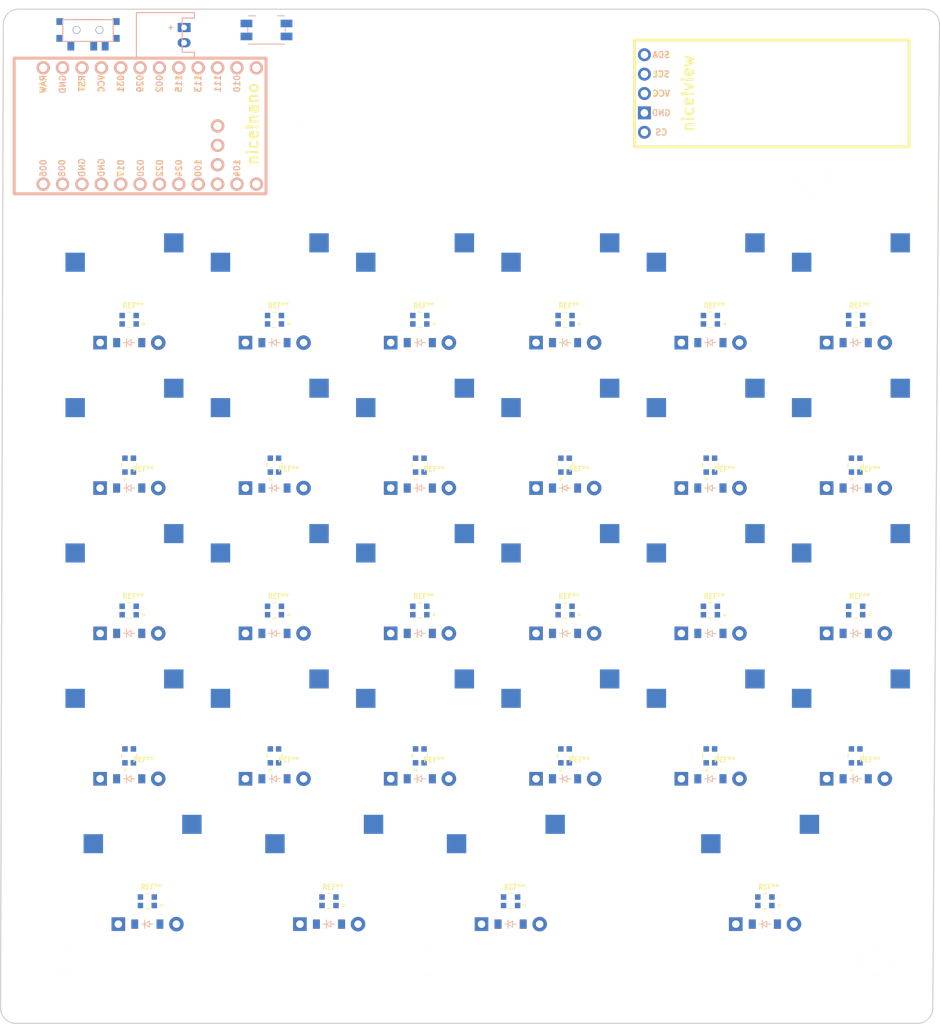
<source format=kicad_pcb>
(kicad_pcb (version 20171130) (host pcbnew 5.1.6)
  (title_block (title "aurora_l") (rev "v1.0.0") (company "Unknown"))
  (layers (0 F.Cu signal) (31 B.Cu signal) (34 B.Paste user) (35 F.Paste user) (36 B.SilkS user) (37 F.SilkS user) (38 B.Mask user) (39 F.Mask user) (44 Edge.Cuts user))
  (net 0 "")
  (net 1 "one_bottom")
  (net 2 "P020")
  (net 3 "one_home")
  (net 4 "one_top")
  (net 5 "one_num")
  (net 6 "two_bottom")
  (net 7 "P022")
  (net 8 "two_home")
  (net 9 "two_top")
  (net 10 "two_num")
  (net 11 "three_bottom")
  (net 12 "P024")
  (net 13 "three_home")
  (net 14 "three_top")
  (net 15 "three_num")
  (net 16 "four_bottom")
  (net 17 "P100")
  (net 18 "four_home")
  (net 19 "four_top")
  (net 20 "four_num")
  (net 21 "five_bottom")
  (net 22 "P011")
  (net 23 "five_home")
  (net 24 "five_top")
  (net 25 "five_num")
  (net 26 "six_bottom")
  (net 27 "P017")
  (net 28 "six_home")
  (net 29 "six_top")
  (net 30 "six_num")
  (net 31 "ctrl_modrow")
  (net 32 "super_modrow")
  (net 33 "alt_modrow")
  (net 34 "space_modrow")
  (net 35 "P113")
  (net 36 "P115")
  (net 37 "P002")
  (net 38 "P029")
  (net 39 "P031")
  (net 40 "P8")
  (net 41 "VCC")
  (net 42 "P15")
  (net 43 "GND")
  (net 44 "RAW")
  (net 45 "RST")
  (net 46 "P111")
  (net 47 "P010")
  (net 48 "P009")
  (net 49 "P006")
  (net 50 "P008")
  (net 51 "P104")
  (net 52 "P106")
  (net 53 "P101")
  (net 54 "P102")
  (net 55 "P107")
  (net 56 "BAT")
  (module MX (layer F.Cu) (at 100 100 0)
    (fp_text reference "S1" hide)
    (fp_text value "" hide)
    (pad "" np_thru_hole circle (at 0 0) (size 3.9878 3.9878) (drill 3.9878) (layers *.Cu *.Mask))
    (pad "" np_thru_hole circle (at 5.08 0) (size 1.7018 1.7018) (drill 1.7018) (layers *.Cu *.Mask))
    (pad "" np_thru_hole circle (at -5.08 0) (size 1.7018 1.7018) (drill 1.7018) (layers *.Cu *.Mask))
    (pad "" np_thru_hole circle (at 2.54 -5.08) (size 3 3) (drill 3) (layers *.Cu *.Mask))
    (pad "" np_thru_hole circle (at -3.81 -2.54) (size 3 3) (drill 3) (layers *.Cu *.Mask))
    (pad 1 smd rect (at -7.085 -2.54 0) (size 2.55 2.5) (layers B.Cu B.Paste B.Mask) (net 1 "one_bottom"))
    (pad 2 smd rect (at 5.842 -5.08 0) (size 2.55 2.5) (layers B.Cu B.Paste B.Mask) (net 2 "P020"))
  )
  (module MX (layer F.Cu) (at 100 80.95 0)
    (fp_text reference "S2" hide)
    (fp_text value "" hide)
    (pad "" np_thru_hole circle (at 0 0) (size 3.9878 3.9878) (drill 3.9878) (layers *.Cu *.Mask))
    (pad "" np_thru_hole circle (at 5.08 0) (size 1.7018 1.7018) (drill 1.7018) (layers *.Cu *.Mask))
    (pad "" np_thru_hole circle (at -5.08 0) (size 1.7018 1.7018) (drill 1.7018) (layers *.Cu *.Mask))
    (pad "" np_thru_hole circle (at 2.54 -5.08) (size 3 3) (drill 3) (layers *.Cu *.Mask))
    (pad "" np_thru_hole circle (at -3.81 -2.54) (size 3 3) (drill 3) (layers *.Cu *.Mask))
    (pad 1 smd rect (at -7.085 -2.54 0) (size 2.55 2.5) (layers B.Cu B.Paste B.Mask) (net 3 "one_home"))
    (pad 2 smd rect (at 5.842 -5.08 0) (size 2.55 2.5) (layers B.Cu B.Paste B.Mask) (net 2 "P020"))
  )
  (module MX (layer F.Cu) (at 100 61.900000000000006 0)
    (fp_text reference "S3" hide)
    (fp_text value "" hide)
    (pad "" np_thru_hole circle (at 0 0) (size 3.9878 3.9878) (drill 3.9878) (layers *.Cu *.Mask))
    (pad "" np_thru_hole circle (at 5.08 0) (size 1.7018 1.7018) (drill 1.7018) (layers *.Cu *.Mask))
    (pad "" np_thru_hole circle (at -5.08 0) (size 1.7018 1.7018) (drill 1.7018) (layers *.Cu *.Mask))
    (pad "" np_thru_hole circle (at 2.54 -5.08) (size 3 3) (drill 3) (layers *.Cu *.Mask))
    (pad "" np_thru_hole circle (at -3.81 -2.54) (size 3 3) (drill 3) (layers *.Cu *.Mask))
    (pad 1 smd rect (at -7.085 -2.54 0) (size 2.55 2.5) (layers B.Cu B.Paste B.Mask) (net 4 "one_top"))
    (pad 2 smd rect (at 5.842 -5.08 0) (size 2.55 2.5) (layers B.Cu B.Paste B.Mask) (net 2 "P020"))
  )
  (module MX (layer F.Cu) (at 100 42.85000000000001 0)
    (fp_text reference "S4" hide)
    (fp_text value "" hide)
    (pad "" np_thru_hole circle (at 0 0) (size 3.9878 3.9878) (drill 3.9878) (layers *.Cu *.Mask))
    (pad "" np_thru_hole circle (at 5.08 0) (size 1.7018 1.7018) (drill 1.7018) (layers *.Cu *.Mask))
    (pad "" np_thru_hole circle (at -5.08 0) (size 1.7018 1.7018) (drill 1.7018) (layers *.Cu *.Mask))
    (pad "" np_thru_hole circle (at 2.54 -5.08) (size 3 3) (drill 3) (layers *.Cu *.Mask))
    (pad "" np_thru_hole circle (at -3.81 -2.54) (size 3 3) (drill 3) (layers *.Cu *.Mask))
    (pad 1 smd rect (at -7.085 -2.54 0) (size 2.55 2.5) (layers B.Cu B.Paste B.Mask) (net 5 "one_num"))
    (pad 2 smd rect (at 5.842 -5.08 0) (size 2.55 2.5) (layers B.Cu B.Paste B.Mask) (net 2 "P020"))
  )
  (module MX (layer F.Cu) (at 119.05 100 0)
    (fp_text reference "S5" hide)
    (fp_text value "" hide)
    (pad "" np_thru_hole circle (at 0 0) (size 3.9878 3.9878) (drill 3.9878) (layers *.Cu *.Mask))
    (pad "" np_thru_hole circle (at 5.08 0) (size 1.7018 1.7018) (drill 1.7018) (layers *.Cu *.Mask))
    (pad "" np_thru_hole circle (at -5.08 0) (size 1.7018 1.7018) (drill 1.7018) (layers *.Cu *.Mask))
    (pad "" np_thru_hole circle (at 2.54 -5.08) (size 3 3) (drill 3) (layers *.Cu *.Mask))
    (pad "" np_thru_hole circle (at -3.81 -2.54) (size 3 3) (drill 3) (layers *.Cu *.Mask))
    (pad 1 smd rect (at -7.085 -2.54 0) (size 2.55 2.5) (layers B.Cu B.Paste B.Mask) (net 6 "two_bottom"))
    (pad 2 smd rect (at 5.842 -5.08 0) (size 2.55 2.5) (layers B.Cu B.Paste B.Mask) (net 7 "P022"))
  )
  (module MX (layer F.Cu) (at 119.05 80.95 0)
    (fp_text reference "S6" hide)
    (fp_text value "" hide)
    (pad "" np_thru_hole circle (at 0 0) (size 3.9878 3.9878) (drill 3.9878) (layers *.Cu *.Mask))
    (pad "" np_thru_hole circle (at 5.08 0) (size 1.7018 1.7018) (drill 1.7018) (layers *.Cu *.Mask))
    (pad "" np_thru_hole circle (at -5.08 0) (size 1.7018 1.7018) (drill 1.7018) (layers *.Cu *.Mask))
    (pad "" np_thru_hole circle (at 2.54 -5.08) (size 3 3) (drill 3) (layers *.Cu *.Mask))
    (pad "" np_thru_hole circle (at -3.81 -2.54) (size 3 3) (drill 3) (layers *.Cu *.Mask))
    (pad 1 smd rect (at -7.085 -2.54 0) (size 2.55 2.5) (layers B.Cu B.Paste B.Mask) (net 8 "two_home"))
    (pad 2 smd rect (at 5.842 -5.08 0) (size 2.55 2.5) (layers B.Cu B.Paste B.Mask) (net 7 "P022"))
  )
  (module MX (layer F.Cu) (at 119.05 61.900000000000006 0)
    (fp_text reference "S7" hide)
    (fp_text value "" hide)
    (pad "" np_thru_hole circle (at 0 0) (size 3.9878 3.9878) (drill 3.9878) (layers *.Cu *.Mask))
    (pad "" np_thru_hole circle (at 5.08 0) (size 1.7018 1.7018) (drill 1.7018) (layers *.Cu *.Mask))
    (pad "" np_thru_hole circle (at -5.08 0) (size 1.7018 1.7018) (drill 1.7018) (layers *.Cu *.Mask))
    (pad "" np_thru_hole circle (at 2.54 -5.08) (size 3 3) (drill 3) (layers *.Cu *.Mask))
    (pad "" np_thru_hole circle (at -3.81 -2.54) (size 3 3) (drill 3) (layers *.Cu *.Mask))
    (pad 1 smd rect (at -7.085 -2.54 0) (size 2.55 2.5) (layers B.Cu B.Paste B.Mask) (net 9 "two_top"))
    (pad 2 smd rect (at 5.842 -5.08 0) (size 2.55 2.5) (layers B.Cu B.Paste B.Mask) (net 7 "P022"))
  )
  (module MX (layer F.Cu) (at 119.05 42.85000000000001 0)
    (fp_text reference "S8" hide)
    (fp_text value "" hide)
    (pad "" np_thru_hole circle (at 0 0) (size 3.9878 3.9878) (drill 3.9878) (layers *.Cu *.Mask))
    (pad "" np_thru_hole circle (at 5.08 0) (size 1.7018 1.7018) (drill 1.7018) (layers *.Cu *.Mask))
    (pad "" np_thru_hole circle (at -5.08 0) (size 1.7018 1.7018) (drill 1.7018) (layers *.Cu *.Mask))
    (pad "" np_thru_hole circle (at 2.54 -5.08) (size 3 3) (drill 3) (layers *.Cu *.Mask))
    (pad "" np_thru_hole circle (at -3.81 -2.54) (size 3 3) (drill 3) (layers *.Cu *.Mask))
    (pad 1 smd rect (at -7.085 -2.54 0) (size 2.55 2.5) (layers B.Cu B.Paste B.Mask) (net 10 "two_num"))
    (pad 2 smd rect (at 5.842 -5.08 0) (size 2.55 2.5) (layers B.Cu B.Paste B.Mask) (net 7 "P022"))
  )
  (module MX (layer F.Cu) (at 138.1 100 0)
    (fp_text reference "S9" hide)
    (fp_text value "" hide)
    (pad "" np_thru_hole circle (at 0 0) (size 3.9878 3.9878) (drill 3.9878) (layers *.Cu *.Mask))
    (pad "" np_thru_hole circle (at 5.08 0) (size 1.7018 1.7018) (drill 1.7018) (layers *.Cu *.Mask))
    (pad "" np_thru_hole circle (at -5.08 0) (size 1.7018 1.7018) (drill 1.7018) (layers *.Cu *.Mask))
    (pad "" np_thru_hole circle (at 2.54 -5.08) (size 3 3) (drill 3) (layers *.Cu *.Mask))
    (pad "" np_thru_hole circle (at -3.81 -2.54) (size 3 3) (drill 3) (layers *.Cu *.Mask))
    (pad 1 smd rect (at -7.085 -2.54 0) (size 2.55 2.5) (layers B.Cu B.Paste B.Mask) (net 11 "three_bottom"))
    (pad 2 smd rect (at 5.842 -5.08 0) (size 2.55 2.5) (layers B.Cu B.Paste B.Mask) (net 12 "P024"))
  )
  (module MX (layer F.Cu) (at 138.1 80.95 0)
    (fp_text reference "S10" hide)
    (fp_text value "" hide)
    (pad "" np_thru_hole circle (at 0 0) (size 3.9878 3.9878) (drill 3.9878) (layers *.Cu *.Mask))
    (pad "" np_thru_hole circle (at 5.08 0) (size 1.7018 1.7018) (drill 1.7018) (layers *.Cu *.Mask))
    (pad "" np_thru_hole circle (at -5.08 0) (size 1.7018 1.7018) (drill 1.7018) (layers *.Cu *.Mask))
    (pad "" np_thru_hole circle (at 2.54 -5.08) (size 3 3) (drill 3) (layers *.Cu *.Mask))
    (pad "" np_thru_hole circle (at -3.81 -2.54) (size 3 3) (drill 3) (layers *.Cu *.Mask))
    (pad 1 smd rect (at -7.085 -2.54 0) (size 2.55 2.5) (layers B.Cu B.Paste B.Mask) (net 13 "three_home"))
    (pad 2 smd rect (at 5.842 -5.08 0) (size 2.55 2.5) (layers B.Cu B.Paste B.Mask) (net 12 "P024"))
  )
  (module MX (layer F.Cu) (at 138.1 61.900000000000006 0)
    (fp_text reference "S11" hide)
    (fp_text value "" hide)
    (pad "" np_thru_hole circle (at 0 0) (size 3.9878 3.9878) (drill 3.9878) (layers *.Cu *.Mask))
    (pad "" np_thru_hole circle (at 5.08 0) (size 1.7018 1.7018) (drill 1.7018) (layers *.Cu *.Mask))
    (pad "" np_thru_hole circle (at -5.08 0) (size 1.7018 1.7018) (drill 1.7018) (layers *.Cu *.Mask))
    (pad "" np_thru_hole circle (at 2.54 -5.08) (size 3 3) (drill 3) (layers *.Cu *.Mask))
    (pad "" np_thru_hole circle (at -3.81 -2.54) (size 3 3) (drill 3) (layers *.Cu *.Mask))
    (pad 1 smd rect (at -7.085 -2.54 0) (size 2.55 2.5) (layers B.Cu B.Paste B.Mask) (net 14 "three_top"))
    (pad 2 smd rect (at 5.842 -5.08 0) (size 2.55 2.5) (layers B.Cu B.Paste B.Mask) (net 12 "P024"))
  )
  (module MX (layer F.Cu) (at 138.1 42.85000000000001 0)
    (fp_text reference "S12" hide)
    (fp_text value "" hide)
    (pad "" np_thru_hole circle (at 0 0) (size 3.9878 3.9878) (drill 3.9878) (layers *.Cu *.Mask))
    (pad "" np_thru_hole circle (at 5.08 0) (size 1.7018 1.7018) (drill 1.7018) (layers *.Cu *.Mask))
    (pad "" np_thru_hole circle (at -5.08 0) (size 1.7018 1.7018) (drill 1.7018) (layers *.Cu *.Mask))
    (pad "" np_thru_hole circle (at 2.54 -5.08) (size 3 3) (drill 3) (layers *.Cu *.Mask))
    (pad "" np_thru_hole circle (at -3.81 -2.54) (size 3 3) (drill 3) (layers *.Cu *.Mask))
    (pad 1 smd rect (at -7.085 -2.54 0) (size 2.55 2.5) (layers B.Cu B.Paste B.Mask) (net 15 "three_num"))
    (pad 2 smd rect (at 5.842 -5.08 0) (size 2.55 2.5) (layers B.Cu B.Paste B.Mask) (net 12 "P024"))
  )
  (module MX (layer F.Cu) (at 157.15 100 0)
    (fp_text reference "S13" hide)
    (fp_text value "" hide)
    (pad "" np_thru_hole circle (at 0 0) (size 3.9878 3.9878) (drill 3.9878) (layers *.Cu *.Mask))
    (pad "" np_thru_hole circle (at 5.08 0) (size 1.7018 1.7018) (drill 1.7018) (layers *.Cu *.Mask))
    (pad "" np_thru_hole circle (at -5.08 0) (size 1.7018 1.7018) (drill 1.7018) (layers *.Cu *.Mask))
    (pad "" np_thru_hole circle (at 2.54 -5.08) (size 3 3) (drill 3) (layers *.Cu *.Mask))
    (pad "" np_thru_hole circle (at -3.81 -2.54) (size 3 3) (drill 3) (layers *.Cu *.Mask))
    (pad 1 smd rect (at -7.085 -2.54 0) (size 2.55 2.5) (layers B.Cu B.Paste B.Mask) (net 16 "four_bottom"))
    (pad 2 smd rect (at 5.842 -5.08 0) (size 2.55 2.5) (layers B.Cu B.Paste B.Mask) (net 17 "P100"))
  )
  (module MX (layer F.Cu) (at 157.15 80.95 0)
    (fp_text reference "S14" hide)
    (fp_text value "" hide)
    (pad "" np_thru_hole circle (at 0 0) (size 3.9878 3.9878) (drill 3.9878) (layers *.Cu *.Mask))
    (pad "" np_thru_hole circle (at 5.08 0) (size 1.7018 1.7018) (drill 1.7018) (layers *.Cu *.Mask))
    (pad "" np_thru_hole circle (at -5.08 0) (size 1.7018 1.7018) (drill 1.7018) (layers *.Cu *.Mask))
    (pad "" np_thru_hole circle (at 2.54 -5.08) (size 3 3) (drill 3) (layers *.Cu *.Mask))
    (pad "" np_thru_hole circle (at -3.81 -2.54) (size 3 3) (drill 3) (layers *.Cu *.Mask))
    (pad 1 smd rect (at -7.085 -2.54 0) (size 2.55 2.5) (layers B.Cu B.Paste B.Mask) (net 18 "four_home"))
    (pad 2 smd rect (at 5.842 -5.08 0) (size 2.55 2.5) (layers B.Cu B.Paste B.Mask) (net 17 "P100"))
  )
  (module MX (layer F.Cu) (at 157.15 61.900000000000006 0)
    (fp_text reference "S15" hide)
    (fp_text value "" hide)
    (pad "" np_thru_hole circle (at 0 0) (size 3.9878 3.9878) (drill 3.9878) (layers *.Cu *.Mask))
    (pad "" np_thru_hole circle (at 5.08 0) (size 1.7018 1.7018) (drill 1.7018) (layers *.Cu *.Mask))
    (pad "" np_thru_hole circle (at -5.08 0) (size 1.7018 1.7018) (drill 1.7018) (layers *.Cu *.Mask))
    (pad "" np_thru_hole circle (at 2.54 -5.08) (size 3 3) (drill 3) (layers *.Cu *.Mask))
    (pad "" np_thru_hole circle (at -3.81 -2.54) (size 3 3) (drill 3) (layers *.Cu *.Mask))
    (pad 1 smd rect (at -7.085 -2.54 0) (size 2.55 2.5) (layers B.Cu B.Paste B.Mask) (net 19 "four_top"))
    (pad 2 smd rect (at 5.842 -5.08 0) (size 2.55 2.5) (layers B.Cu B.Paste B.Mask) (net 17 "P100"))
  )
  (module MX (layer F.Cu) (at 157.15 42.85000000000001 0)
    (fp_text reference "S16" hide)
    (fp_text value "" hide)
    (pad "" np_thru_hole circle (at 0 0) (size 3.9878 3.9878) (drill 3.9878) (layers *.Cu *.Mask))
    (pad "" np_thru_hole circle (at 5.08 0) (size 1.7018 1.7018) (drill 1.7018) (layers *.Cu *.Mask))
    (pad "" np_thru_hole circle (at -5.08 0) (size 1.7018 1.7018) (drill 1.7018) (layers *.Cu *.Mask))
    (pad "" np_thru_hole circle (at 2.54 -5.08) (size 3 3) (drill 3) (layers *.Cu *.Mask))
    (pad "" np_thru_hole circle (at -3.81 -2.54) (size 3 3) (drill 3) (layers *.Cu *.Mask))
    (pad 1 smd rect (at -7.085 -2.54 0) (size 2.55 2.5) (layers B.Cu B.Paste B.Mask) (net 20 "four_num"))
    (pad 2 smd rect (at 5.842 -5.08 0) (size 2.55 2.5) (layers B.Cu B.Paste B.Mask) (net 17 "P100"))
  )
  (module MX (layer F.Cu) (at 176.2 100 0)
    (fp_text reference "S17" hide)
    (fp_text value "" hide)
    (pad "" np_thru_hole circle (at 0 0) (size 3.9878 3.9878) (drill 3.9878) (layers *.Cu *.Mask))
    (pad "" np_thru_hole circle (at 5.08 0) (size 1.7018 1.7018) (drill 1.7018) (layers *.Cu *.Mask))
    (pad "" np_thru_hole circle (at -5.08 0) (size 1.7018 1.7018) (drill 1.7018) (layers *.Cu *.Mask))
    (pad "" np_thru_hole circle (at 2.54 -5.08) (size 3 3) (drill 3) (layers *.Cu *.Mask))
    (pad "" np_thru_hole circle (at -3.81 -2.54) (size 3 3) (drill 3) (layers *.Cu *.Mask))
    (pad 1 smd rect (at -7.085 -2.54 0) (size 2.55 2.5) (layers B.Cu B.Paste B.Mask) (net 21 "five_bottom"))
    (pad 2 smd rect (at 5.842 -5.08 0) (size 2.55 2.5) (layers B.Cu B.Paste B.Mask) (net 22 "P011"))
  )
  (module MX (layer F.Cu) (at 176.2 80.95 0)
    (fp_text reference "S18" hide)
    (fp_text value "" hide)
    (pad "" np_thru_hole circle (at 0 0) (size 3.9878 3.9878) (drill 3.9878) (layers *.Cu *.Mask))
    (pad "" np_thru_hole circle (at 5.08 0) (size 1.7018 1.7018) (drill 1.7018) (layers *.Cu *.Mask))
    (pad "" np_thru_hole circle (at -5.08 0) (size 1.7018 1.7018) (drill 1.7018) (layers *.Cu *.Mask))
    (pad "" np_thru_hole circle (at 2.54 -5.08) (size 3 3) (drill 3) (layers *.Cu *.Mask))
    (pad "" np_thru_hole circle (at -3.81 -2.54) (size 3 3) (drill 3) (layers *.Cu *.Mask))
    (pad 1 smd rect (at -7.085 -2.54 0) (size 2.55 2.5) (layers B.Cu B.Paste B.Mask) (net 23 "five_home"))
    (pad 2 smd rect (at 5.842 -5.08 0) (size 2.55 2.5) (layers B.Cu B.Paste B.Mask) (net 22 "P011"))
  )
  (module MX (layer F.Cu) (at 176.2 61.900000000000006 0)
    (fp_text reference "S19" hide)
    (fp_text value "" hide)
    (pad "" np_thru_hole circle (at 0 0) (size 3.9878 3.9878) (drill 3.9878) (layers *.Cu *.Mask))
    (pad "" np_thru_hole circle (at 5.08 0) (size 1.7018 1.7018) (drill 1.7018) (layers *.Cu *.Mask))
    (pad "" np_thru_hole circle (at -5.08 0) (size 1.7018 1.7018) (drill 1.7018) (layers *.Cu *.Mask))
    (pad "" np_thru_hole circle (at 2.54 -5.08) (size 3 3) (drill 3) (layers *.Cu *.Mask))
    (pad "" np_thru_hole circle (at -3.81 -2.54) (size 3 3) (drill 3) (layers *.Cu *.Mask))
    (pad 1 smd rect (at -7.085 -2.54 0) (size 2.55 2.5) (layers B.Cu B.Paste B.Mask) (net 24 "five_top"))
    (pad 2 smd rect (at 5.842 -5.08 0) (size 2.55 2.5) (layers B.Cu B.Paste B.Mask) (net 22 "P011"))
  )
  (module MX (layer F.Cu) (at 176.2 42.85000000000001 0)
    (fp_text reference "S20" hide)
    (fp_text value "" hide)
    (pad "" np_thru_hole circle (at 0 0) (size 3.9878 3.9878) (drill 3.9878) (layers *.Cu *.Mask))
    (pad "" np_thru_hole circle (at 5.08 0) (size 1.7018 1.7018) (drill 1.7018) (layers *.Cu *.Mask))
    (pad "" np_thru_hole circle (at -5.08 0) (size 1.7018 1.7018) (drill 1.7018) (layers *.Cu *.Mask))
    (pad "" np_thru_hole circle (at 2.54 -5.08) (size 3 3) (drill 3) (layers *.Cu *.Mask))
    (pad "" np_thru_hole circle (at -3.81 -2.54) (size 3 3) (drill 3) (layers *.Cu *.Mask))
    (pad 1 smd rect (at -7.085 -2.54 0) (size 2.55 2.5) (layers B.Cu B.Paste B.Mask) (net 25 "five_num"))
    (pad 2 smd rect (at 5.842 -5.08 0) (size 2.55 2.5) (layers B.Cu B.Paste B.Mask) (net 22 "P011"))
  )
  (module MX (layer F.Cu) (at 195.25 100 0)
    (fp_text reference "S21" hide)
    (fp_text value "" hide)
    (pad "" np_thru_hole circle (at 0 0) (size 3.9878 3.9878) (drill 3.9878) (layers *.Cu *.Mask))
    (pad "" np_thru_hole circle (at 5.08 0) (size 1.7018 1.7018) (drill 1.7018) (layers *.Cu *.Mask))
    (pad "" np_thru_hole circle (at -5.08 0) (size 1.7018 1.7018) (drill 1.7018) (layers *.Cu *.Mask))
    (pad "" np_thru_hole circle (at 2.54 -5.08) (size 3 3) (drill 3) (layers *.Cu *.Mask))
    (pad "" np_thru_hole circle (at -3.81 -2.54) (size 3 3) (drill 3) (layers *.Cu *.Mask))
    (pad 1 smd rect (at -7.085 -2.54 0) (size 2.55 2.5) (layers B.Cu B.Paste B.Mask) (net 26 "six_bottom"))
    (pad 2 smd rect (at 5.842 -5.08 0) (size 2.55 2.5) (layers B.Cu B.Paste B.Mask) (net 27 "P017"))
  )
  (module MX (layer F.Cu) (at 195.25 80.95 0)
    (fp_text reference "S22" hide)
    (fp_text value "" hide)
    (pad "" np_thru_hole circle (at 0 0) (size 3.9878 3.9878) (drill 3.9878) (layers *.Cu *.Mask))
    (pad "" np_thru_hole circle (at 5.08 0) (size 1.7018 1.7018) (drill 1.7018) (layers *.Cu *.Mask))
    (pad "" np_thru_hole circle (at -5.08 0) (size 1.7018 1.7018) (drill 1.7018) (layers *.Cu *.Mask))
    (pad "" np_thru_hole circle (at 2.54 -5.08) (size 3 3) (drill 3) (layers *.Cu *.Mask))
    (pad "" np_thru_hole circle (at -3.81 -2.54) (size 3 3) (drill 3) (layers *.Cu *.Mask))
    (pad 1 smd rect (at -7.085 -2.54 0) (size 2.55 2.5) (layers B.Cu B.Paste B.Mask) (net 28 "six_home"))
    (pad 2 smd rect (at 5.842 -5.08 0) (size 2.55 2.5) (layers B.Cu B.Paste B.Mask) (net 27 "P017"))
  )
  (module MX (layer F.Cu) (at 195.25 61.900000000000006 0)
    (fp_text reference "S23" hide)
    (fp_text value "" hide)
    (pad "" np_thru_hole circle (at 0 0) (size 3.9878 3.9878) (drill 3.9878) (layers *.Cu *.Mask))
    (pad "" np_thru_hole circle (at 5.08 0) (size 1.7018 1.7018) (drill 1.7018) (layers *.Cu *.Mask))
    (pad "" np_thru_hole circle (at -5.08 0) (size 1.7018 1.7018) (drill 1.7018) (layers *.Cu *.Mask))
    (pad "" np_thru_hole circle (at 2.54 -5.08) (size 3 3) (drill 3) (layers *.Cu *.Mask))
    (pad "" np_thru_hole circle (at -3.81 -2.54) (size 3 3) (drill 3) (layers *.Cu *.Mask))
    (pad 1 smd rect (at -7.085 -2.54 0) (size 2.55 2.5) (layers B.Cu B.Paste B.Mask) (net 29 "six_top"))
    (pad 2 smd rect (at 5.842 -5.08 0) (size 2.55 2.5) (layers B.Cu B.Paste B.Mask) (net 27 "P017"))
  )
  (module MX (layer F.Cu) (at 195.25 42.85000000000001 0)
    (fp_text reference "S24" hide)
    (fp_text value "" hide)
    (pad "" np_thru_hole circle (at 0 0) (size 3.9878 3.9878) (drill 3.9878) (layers *.Cu *.Mask))
    (pad "" np_thru_hole circle (at 5.08 0) (size 1.7018 1.7018) (drill 1.7018) (layers *.Cu *.Mask))
    (pad "" np_thru_hole circle (at -5.08 0) (size 1.7018 1.7018) (drill 1.7018) (layers *.Cu *.Mask))
    (pad "" np_thru_hole circle (at 2.54 -5.08) (size 3 3) (drill 3) (layers *.Cu *.Mask))
    (pad "" np_thru_hole circle (at -3.81 -2.54) (size 3 3) (drill 3) (layers *.Cu *.Mask))
    (pad 1 smd rect (at -7.085 -2.54 0) (size 2.55 2.5) (layers B.Cu B.Paste B.Mask) (net 30 "six_num"))
    (pad 2 smd rect (at 5.842 -5.08 0) (size 2.55 2.5) (layers B.Cu B.Paste B.Mask) (net 27 "P017"))
  )
  (module MX (layer F.Cu) (at 102.38125 119.05 0)
    (fp_text reference "S25" hide)
    (fp_text value "" hide)
    (pad "" np_thru_hole circle (at 0 0) (size 3.9878 3.9878) (drill 3.9878) (layers *.Cu *.Mask))
    (pad "" np_thru_hole circle (at 5.08 0) (size 1.7018 1.7018) (drill 1.7018) (layers *.Cu *.Mask))
    (pad "" np_thru_hole circle (at -5.08 0) (size 1.7018 1.7018) (drill 1.7018) (layers *.Cu *.Mask))
    (pad "" np_thru_hole circle (at 2.54 -5.08) (size 3 3) (drill 3) (layers *.Cu *.Mask))
    (pad "" np_thru_hole circle (at -3.81 -2.54) (size 3 3) (drill 3) (layers *.Cu *.Mask))
    (pad 1 smd rect (at -7.085 -2.54 0) (size 2.55 2.5) (layers B.Cu B.Paste B.Mask) (net 31 "ctrl_modrow"))
    (pad 2 smd rect (at 5.842 -5.08 0) (size 2.55 2.5) (layers B.Cu B.Paste B.Mask) (net 2 "P020"))
  )
  (module MX (layer F.Cu) (at 126.19375 119.05 0)
    (fp_text reference "S26" hide)
    (fp_text value "" hide)
    (pad "" np_thru_hole circle (at 0 0) (size 3.9878 3.9878) (drill 3.9878) (layers *.Cu *.Mask))
    (pad "" np_thru_hole circle (at 5.08 0) (size 1.7018 1.7018) (drill 1.7018) (layers *.Cu *.Mask))
    (pad "" np_thru_hole circle (at -5.08 0) (size 1.7018 1.7018) (drill 1.7018) (layers *.Cu *.Mask))
    (pad "" np_thru_hole circle (at 2.54 -5.08) (size 3 3) (drill 3) (layers *.Cu *.Mask))
    (pad "" np_thru_hole circle (at -3.81 -2.54) (size 3 3) (drill 3) (layers *.Cu *.Mask))
    (pad 1 smd rect (at -7.085 -2.54 0) (size 2.55 2.5) (layers B.Cu B.Paste B.Mask) (net 32 "super_modrow"))
    (pad 2 smd rect (at 5.842 -5.08 0) (size 2.55 2.5) (layers B.Cu B.Paste B.Mask) (net 7 "P022"))
  )
  (module MX (layer F.Cu) (at 150.00625 119.05 0)
    (fp_text reference "S27" hide)
    (fp_text value "" hide)
    (pad "" np_thru_hole circle (at 0 0) (size 3.9878 3.9878) (drill 3.9878) (layers *.Cu *.Mask))
    (pad "" np_thru_hole circle (at 5.08 0) (size 1.7018 1.7018) (drill 1.7018) (layers *.Cu *.Mask))
    (pad "" np_thru_hole circle (at -5.08 0) (size 1.7018 1.7018) (drill 1.7018) (layers *.Cu *.Mask))
    (pad "" np_thru_hole circle (at 2.54 -5.08) (size 3 3) (drill 3) (layers *.Cu *.Mask))
    (pad "" np_thru_hole circle (at -3.81 -2.54) (size 3 3) (drill 3) (layers *.Cu *.Mask))
    (pad 1 smd rect (at -7.085 -2.54 0) (size 2.55 2.5) (layers B.Cu B.Paste B.Mask) (net 33 "alt_modrow"))
    (pad 2 smd rect (at 5.842 -5.08 0) (size 2.55 2.5) (layers B.Cu B.Paste B.Mask) (net 12 "P024"))
  )
  (module MX (layer F.Cu) (at 183.3415 119.05 0)
    (fp_text reference "S28" hide)
    (fp_text value "" hide)
    (pad "" np_thru_hole circle (at 0 0) (size 3.9878 3.9878) (drill 3.9878) (layers *.Cu *.Mask))
    (pad "" np_thru_hole circle (at 5.08 0) (size 1.7018 1.7018) (drill 1.7018) (layers *.Cu *.Mask))
    (pad "" np_thru_hole circle (at -5.08 0) (size 1.7018 1.7018) (drill 1.7018) (layers *.Cu *.Mask))
    (pad "" np_thru_hole circle (at 2.54 -5.08) (size 3 3) (drill 3) (layers *.Cu *.Mask))
    (pad "" np_thru_hole circle (at -3.81 -2.54) (size 3 3) (drill 3) (layers *.Cu *.Mask))
    (pad 1 smd rect (at -7.085 -2.54 0) (size 2.55 2.5) (layers B.Cu B.Paste B.Mask) (net 34 "space_modrow"))
    (pad 2 smd rect (at 5.842 -5.08 0) (size 2.55 2.5) (layers B.Cu B.Paste B.Mask) (net 22 "P011"))
  )
  (module ComboDiode (layer F.Cu) (at 100 108 0)
    (fp_text reference "D1" hide)
    (fp_text value "" hide)
    (pad 1 smd rect (at -1.65 0 0) (size 0.9 1.2) (layers F.Cu F.Paste F.Mask) (net 35 "P113"))
    (pad 2 smd rect (at 1.65 0 0) (size 0.9 1.2) (layers B.Cu B.Paste B.Mask) (net 1 "one_bottom"))
    (pad 1 smd rect (at -1.65 0 0) (size 0.9 1.2) (layers B.Cu B.Paste B.Mask) (net 35 "P113"))
    (pad 2 smd rect (at 1.65 0 0) (size 0.9 1.2) (layers F.Cu F.Paste F.Mask) (net 1 "one_bottom"))
    (pad 1 thru_hole rect (at -3.81 0 0) (size 1.778 1.778) (drill 0.9906) (layers *.Cu *.Mask) (net 35 "P113"))
    (pad 2 thru_hole circle (at 3.81 0 0) (size 1.905 1.905) (drill 0.9906) (layers *.Cu *.Mask) (net 1 "one_bottom"))
  )
  (module ComboDiode (layer F.Cu) (at 100 88.95 0)
    (fp_text reference "D2" hide)
    (fp_text value "" hide)
    (pad 1 smd rect (at -1.65 0 0) (size 0.9 1.2) (layers F.Cu F.Paste F.Mask) (net 36 "P115"))
    (pad 2 smd rect (at 1.65 0 0) (size 0.9 1.2) (layers B.Cu B.Paste B.Mask) (net 3 "one_home"))
    (pad 1 smd rect (at -1.65 0 0) (size 0.9 1.2) (layers B.Cu B.Paste B.Mask) (net 36 "P115"))
    (pad 2 smd rect (at 1.65 0 0) (size 0.9 1.2) (layers F.Cu F.Paste F.Mask) (net 3 "one_home"))
    (pad 1 thru_hole rect (at -3.81 0 0) (size 1.778 1.778) (drill 0.9906) (layers *.Cu *.Mask) (net 36 "P115"))
    (pad 2 thru_hole circle (at 3.81 0 0) (size 1.905 1.905) (drill 0.9906) (layers *.Cu *.Mask) (net 3 "one_home"))
  )
  (module ComboDiode (layer F.Cu) (at 100 69.9 0)
    (fp_text reference "D3" hide)
    (fp_text value "" hide)
    (pad 1 smd rect (at -1.65 0 0) (size 0.9 1.2) (layers F.Cu F.Paste F.Mask) (net 37 "P002"))
    (pad 2 smd rect (at 1.65 0 0) (size 0.9 1.2) (layers B.Cu B.Paste B.Mask) (net 4 "one_top"))
    (pad 1 smd rect (at -1.65 0 0) (size 0.9 1.2) (layers B.Cu B.Paste B.Mask) (net 37 "P002"))
    (pad 2 smd rect (at 1.65 0 0) (size 0.9 1.2) (layers F.Cu F.Paste F.Mask) (net 4 "one_top"))
    (pad 1 thru_hole rect (at -3.81 0 0) (size 1.778 1.778) (drill 0.9906) (layers *.Cu *.Mask) (net 37 "P002"))
    (pad 2 thru_hole circle (at 3.81 0 0) (size 1.905 1.905) (drill 0.9906) (layers *.Cu *.Mask) (net 4 "one_top"))
  )
  (module ComboDiode (layer F.Cu) (at 100 50.85000000000001 0)
    (fp_text reference "D4" hide)
    (fp_text value "" hide)
    (pad 1 smd rect (at -1.65 0 0) (size 0.9 1.2) (layers F.Cu F.Paste F.Mask) (net 38 "P029"))
    (pad 2 smd rect (at 1.65 0 0) (size 0.9 1.2) (layers B.Cu B.Paste B.Mask) (net 5 "one_num"))
    (pad 1 smd rect (at -1.65 0 0) (size 0.9 1.2) (layers B.Cu B.Paste B.Mask) (net 38 "P029"))
    (pad 2 smd rect (at 1.65 0 0) (size 0.9 1.2) (layers F.Cu F.Paste F.Mask) (net 5 "one_num"))
    (pad 1 thru_hole rect (at -3.81 0 0) (size 1.778 1.778) (drill 0.9906) (layers *.Cu *.Mask) (net 38 "P029"))
    (pad 2 thru_hole circle (at 3.81 0 0) (size 1.905 1.905) (drill 0.9906) (layers *.Cu *.Mask) (net 5 "one_num"))
  )
  (module ComboDiode (layer F.Cu) (at 119.05 108 0)
    (fp_text reference "D5" hide)
    (fp_text value "" hide)
    (pad 1 smd rect (at -1.65 0 0) (size 0.9 1.2) (layers F.Cu F.Paste F.Mask) (net 35 "P113"))
    (pad 2 smd rect (at 1.65 0 0) (size 0.9 1.2) (layers B.Cu B.Paste B.Mask) (net 6 "two_bottom"))
    (pad 1 smd rect (at -1.65 0 0) (size 0.9 1.2) (layers B.Cu B.Paste B.Mask) (net 35 "P113"))
    (pad 2 smd rect (at 1.65 0 0) (size 0.9 1.2) (layers F.Cu F.Paste F.Mask) (net 6 "two_bottom"))
    (pad 1 thru_hole rect (at -3.81 0 0) (size 1.778 1.778) (drill 0.9906) (layers *.Cu *.Mask) (net 35 "P113"))
    (pad 2 thru_hole circle (at 3.81 0 0) (size 1.905 1.905) (drill 0.9906) (layers *.Cu *.Mask) (net 6 "two_bottom"))
  )
  (module ComboDiode (layer F.Cu) (at 119.05 88.95 0)
    (fp_text reference "D6" hide)
    (fp_text value "" hide)
    (pad 1 smd rect (at -1.65 0 0) (size 0.9 1.2) (layers F.Cu F.Paste F.Mask) (net 36 "P115"))
    (pad 2 smd rect (at 1.65 0 0) (size 0.9 1.2) (layers B.Cu B.Paste B.Mask) (net 8 "two_home"))
    (pad 1 smd rect (at -1.65 0 0) (size 0.9 1.2) (layers B.Cu B.Paste B.Mask) (net 36 "P115"))
    (pad 2 smd rect (at 1.65 0 0) (size 0.9 1.2) (layers F.Cu F.Paste F.Mask) (net 8 "two_home"))
    (pad 1 thru_hole rect (at -3.81 0 0) (size 1.778 1.778) (drill 0.9906) (layers *.Cu *.Mask) (net 36 "P115"))
    (pad 2 thru_hole circle (at 3.81 0 0) (size 1.905 1.905) (drill 0.9906) (layers *.Cu *.Mask) (net 8 "two_home"))
  )
  (module ComboDiode (layer F.Cu) (at 119.05 69.9 0)
    (fp_text reference "D7" hide)
    (fp_text value "" hide)
    (pad 1 smd rect (at -1.65 0 0) (size 0.9 1.2) (layers F.Cu F.Paste F.Mask) (net 37 "P002"))
    (pad 2 smd rect (at 1.65 0 0) (size 0.9 1.2) (layers B.Cu B.Paste B.Mask) (net 9 "two_top"))
    (pad 1 smd rect (at -1.65 0 0) (size 0.9 1.2) (layers B.Cu B.Paste B.Mask) (net 37 "P002"))
    (pad 2 smd rect (at 1.65 0 0) (size 0.9 1.2) (layers F.Cu F.Paste F.Mask) (net 9 "two_top"))
    (pad 1 thru_hole rect (at -3.81 0 0) (size 1.778 1.778) (drill 0.9906) (layers *.Cu *.Mask) (net 37 "P002"))
    (pad 2 thru_hole circle (at 3.81 0 0) (size 1.905 1.905) (drill 0.9906) (layers *.Cu *.Mask) (net 9 "two_top"))
  )
  (module ComboDiode (layer F.Cu) (at 119.05 50.85000000000001 0)
    (fp_text reference "D8" hide)
    (fp_text value "" hide)
    (pad 1 smd rect (at -1.65 0 0) (size 0.9 1.2) (layers F.Cu F.Paste F.Mask) (net 38 "P029"))
    (pad 2 smd rect (at 1.65 0 0) (size 0.9 1.2) (layers B.Cu B.Paste B.Mask) (net 10 "two_num"))
    (pad 1 smd rect (at -1.65 0 0) (size 0.9 1.2) (layers B.Cu B.Paste B.Mask) (net 38 "P029"))
    (pad 2 smd rect (at 1.65 0 0) (size 0.9 1.2) (layers F.Cu F.Paste F.Mask) (net 10 "two_num"))
    (pad 1 thru_hole rect (at -3.81 0 0) (size 1.778 1.778) (drill 0.9906) (layers *.Cu *.Mask) (net 38 "P029"))
    (pad 2 thru_hole circle (at 3.81 0 0) (size 1.905 1.905) (drill 0.9906) (layers *.Cu *.Mask) (net 10 "two_num"))
  )
  (module ComboDiode (layer F.Cu) (at 138.1 108 0)
    (fp_text reference "D9" hide)
    (fp_text value "" hide)
    (pad 1 smd rect (at -1.65 0 0) (size 0.9 1.2) (layers F.Cu F.Paste F.Mask) (net 35 "P113"))
    (pad 2 smd rect (at 1.65 0 0) (size 0.9 1.2) (layers B.Cu B.Paste B.Mask) (net 11 "three_bottom"))
    (pad 1 smd rect (at -1.65 0 0) (size 0.9 1.2) (layers B.Cu B.Paste B.Mask) (net 35 "P113"))
    (pad 2 smd rect (at 1.65 0 0) (size 0.9 1.2) (layers F.Cu F.Paste F.Mask) (net 11 "three_bottom"))
    (pad 1 thru_hole rect (at -3.81 0 0) (size 1.778 1.778) (drill 0.9906) (layers *.Cu *.Mask) (net 35 "P113"))
    (pad 2 thru_hole circle (at 3.81 0 0) (size 1.905 1.905) (drill 0.9906) (layers *.Cu *.Mask) (net 11 "three_bottom"))
  )
  (module ComboDiode (layer F.Cu) (at 138.1 88.95 0)
    (fp_text reference "D10" hide)
    (fp_text value "" hide)
    (pad 1 smd rect (at -1.65 0 0) (size 0.9 1.2) (layers F.Cu F.Paste F.Mask) (net 36 "P115"))
    (pad 2 smd rect (at 1.65 0 0) (size 0.9 1.2) (layers B.Cu B.Paste B.Mask) (net 13 "three_home"))
    (pad 1 smd rect (at -1.65 0 0) (size 0.9 1.2) (layers B.Cu B.Paste B.Mask) (net 36 "P115"))
    (pad 2 smd rect (at 1.65 0 0) (size 0.9 1.2) (layers F.Cu F.Paste F.Mask) (net 13 "three_home"))
    (pad 1 thru_hole rect (at -3.81 0 0) (size 1.778 1.778) (drill 0.9906) (layers *.Cu *.Mask) (net 36 "P115"))
    (pad 2 thru_hole circle (at 3.81 0 0) (size 1.905 1.905) (drill 0.9906) (layers *.Cu *.Mask) (net 13 "three_home"))
  )
  (module ComboDiode (layer F.Cu) (at 138.1 69.9 0)
    (fp_text reference "D11" hide)
    (fp_text value "" hide)
    (pad 1 smd rect (at -1.65 0 0) (size 0.9 1.2) (layers F.Cu F.Paste F.Mask) (net 37 "P002"))
    (pad 2 smd rect (at 1.65 0 0) (size 0.9 1.2) (layers B.Cu B.Paste B.Mask) (net 14 "three_top"))
    (pad 1 smd rect (at -1.65 0 0) (size 0.9 1.2) (layers B.Cu B.Paste B.Mask) (net 37 "P002"))
    (pad 2 smd rect (at 1.65 0 0) (size 0.9 1.2) (layers F.Cu F.Paste F.Mask) (net 14 "three_top"))
    (pad 1 thru_hole rect (at -3.81 0 0) (size 1.778 1.778) (drill 0.9906) (layers *.Cu *.Mask) (net 37 "P002"))
    (pad 2 thru_hole circle (at 3.81 0 0) (size 1.905 1.905) (drill 0.9906) (layers *.Cu *.Mask) (net 14 "three_top"))
  )
  (module ComboDiode (layer F.Cu) (at 138.1 50.85000000000001 0)
    (fp_text reference "D12" hide)
    (fp_text value "" hide)
    (pad 1 smd rect (at -1.65 0 0) (size 0.9 1.2) (layers F.Cu F.Paste F.Mask) (net 38 "P029"))
    (pad 2 smd rect (at 1.65 0 0) (size 0.9 1.2) (layers B.Cu B.Paste B.Mask) (net 15 "three_num"))
    (pad 1 smd rect (at -1.65 0 0) (size 0.9 1.2) (layers B.Cu B.Paste B.Mask) (net 38 "P029"))
    (pad 2 smd rect (at 1.65 0 0) (size 0.9 1.2) (layers F.Cu F.Paste F.Mask) (net 15 "three_num"))
    (pad 1 thru_hole rect (at -3.81 0 0) (size 1.778 1.778) (drill 0.9906) (layers *.Cu *.Mask) (net 38 "P029"))
    (pad 2 thru_hole circle (at 3.81 0 0) (size 1.905 1.905) (drill 0.9906) (layers *.Cu *.Mask) (net 15 "three_num"))
  )
  (module ComboDiode (layer F.Cu) (at 157.15 108 0)
    (fp_text reference "D13" hide)
    (fp_text value "" hide)
    (pad 1 smd rect (at -1.65 0 0) (size 0.9 1.2) (layers F.Cu F.Paste F.Mask) (net 35 "P113"))
    (pad 2 smd rect (at 1.65 0 0) (size 0.9 1.2) (layers B.Cu B.Paste B.Mask) (net 16 "four_bottom"))
    (pad 1 smd rect (at -1.65 0 0) (size 0.9 1.2) (layers B.Cu B.Paste B.Mask) (net 35 "P113"))
    (pad 2 smd rect (at 1.65 0 0) (size 0.9 1.2) (layers F.Cu F.Paste F.Mask) (net 16 "four_bottom"))
    (pad 1 thru_hole rect (at -3.81 0 0) (size 1.778 1.778) (drill 0.9906) (layers *.Cu *.Mask) (net 35 "P113"))
    (pad 2 thru_hole circle (at 3.81 0 0) (size 1.905 1.905) (drill 0.9906) (layers *.Cu *.Mask) (net 16 "four_bottom"))
  )
  (module ComboDiode (layer F.Cu) (at 157.15 88.95 0)
    (fp_text reference "D14" hide)
    (fp_text value "" hide)
    (pad 1 smd rect (at -1.65 0 0) (size 0.9 1.2) (layers F.Cu F.Paste F.Mask) (net 36 "P115"))
    (pad 2 smd rect (at 1.65 0 0) (size 0.9 1.2) (layers B.Cu B.Paste B.Mask) (net 18 "four_home"))
    (pad 1 smd rect (at -1.65 0 0) (size 0.9 1.2) (layers B.Cu B.Paste B.Mask) (net 36 "P115"))
    (pad 2 smd rect (at 1.65 0 0) (size 0.9 1.2) (layers F.Cu F.Paste F.Mask) (net 18 "four_home"))
    (pad 1 thru_hole rect (at -3.81 0 0) (size 1.778 1.778) (drill 0.9906) (layers *.Cu *.Mask) (net 36 "P115"))
    (pad 2 thru_hole circle (at 3.81 0 0) (size 1.905 1.905) (drill 0.9906) (layers *.Cu *.Mask) (net 18 "four_home"))
  )
  (module ComboDiode (layer F.Cu) (at 157.15 69.9 0)
    (fp_text reference "D15" hide)
    (fp_text value "" hide)
    (pad 1 smd rect (at -1.65 0 0) (size 0.9 1.2) (layers F.Cu F.Paste F.Mask) (net 37 "P002"))
    (pad 2 smd rect (at 1.65 0 0) (size 0.9 1.2) (layers B.Cu B.Paste B.Mask) (net 19 "four_top"))
    (pad 1 smd rect (at -1.65 0 0) (size 0.9 1.2) (layers B.Cu B.Paste B.Mask) (net 37 "P002"))
    (pad 2 smd rect (at 1.65 0 0) (size 0.9 1.2) (layers F.Cu F.Paste F.Mask) (net 19 "four_top"))
    (pad 1 thru_hole rect (at -3.81 0 0) (size 1.778 1.778) (drill 0.9906) (layers *.Cu *.Mask) (net 37 "P002"))
    (pad 2 thru_hole circle (at 3.81 0 0) (size 1.905 1.905) (drill 0.9906) (layers *.Cu *.Mask) (net 19 "four_top"))
  )
  (module ComboDiode (layer F.Cu) (at 157.15 50.85000000000001 0)
    (fp_text reference "D16" hide)
    (fp_text value "" hide)
    (pad 1 smd rect (at -1.65 0 0) (size 0.9 1.2) (layers F.Cu F.Paste F.Mask) (net 38 "P029"))
    (pad 2 smd rect (at 1.65 0 0) (size 0.9 1.2) (layers B.Cu B.Paste B.Mask) (net 20 "four_num"))
    (pad 1 smd rect (at -1.65 0 0) (size 0.9 1.2) (layers B.Cu B.Paste B.Mask) (net 38 "P029"))
    (pad 2 smd rect (at 1.65 0 0) (size 0.9 1.2) (layers F.Cu F.Paste F.Mask) (net 20 "four_num"))
    (pad 1 thru_hole rect (at -3.81 0 0) (size 1.778 1.778) (drill 0.9906) (layers *.Cu *.Mask) (net 38 "P029"))
    (pad 2 thru_hole circle (at 3.81 0 0) (size 1.905 1.905) (drill 0.9906) (layers *.Cu *.Mask) (net 20 "four_num"))
  )
  (module ComboDiode (layer F.Cu) (at 176.2 108 0)
    (fp_text reference "D17" hide)
    (fp_text value "" hide)
    (pad 1 smd rect (at -1.65 0 0) (size 0.9 1.2) (layers F.Cu F.Paste F.Mask) (net 35 "P113"))
    (pad 2 smd rect (at 1.65 0 0) (size 0.9 1.2) (layers B.Cu B.Paste B.Mask) (net 21 "five_bottom"))
    (pad 1 smd rect (at -1.65 0 0) (size 0.9 1.2) (layers B.Cu B.Paste B.Mask) (net 35 "P113"))
    (pad 2 smd rect (at 1.65 0 0) (size 0.9 1.2) (layers F.Cu F.Paste F.Mask) (net 21 "five_bottom"))
    (pad 1 thru_hole rect (at -3.81 0 0) (size 1.778 1.778) (drill 0.9906) (layers *.Cu *.Mask) (net 35 "P113"))
    (pad 2 thru_hole circle (at 3.81 0 0) (size 1.905 1.905) (drill 0.9906) (layers *.Cu *.Mask) (net 21 "five_bottom"))
  )
  (module ComboDiode (layer F.Cu) (at 176.2 88.95 0)
    (fp_text reference "D18" hide)
    (fp_text value "" hide)
    (pad 1 smd rect (at -1.65 0 0) (size 0.9 1.2) (layers F.Cu F.Paste F.Mask) (net 36 "P115"))
    (pad 2 smd rect (at 1.65 0 0) (size 0.9 1.2) (layers B.Cu B.Paste B.Mask) (net 23 "five_home"))
    (pad 1 smd rect (at -1.65 0 0) (size 0.9 1.2) (layers B.Cu B.Paste B.Mask) (net 36 "P115"))
    (pad 2 smd rect (at 1.65 0 0) (size 0.9 1.2) (layers F.Cu F.Paste F.Mask) (net 23 "five_home"))
    (pad 1 thru_hole rect (at -3.81 0 0) (size 1.778 1.778) (drill 0.9906) (layers *.Cu *.Mask) (net 36 "P115"))
    (pad 2 thru_hole circle (at 3.81 0 0) (size 1.905 1.905) (drill 0.9906) (layers *.Cu *.Mask) (net 23 "five_home"))
  )
  (module ComboDiode (layer F.Cu) (at 176.2 69.9 0)
    (fp_text reference "D19" hide)
    (fp_text value "" hide)
    (pad 1 smd rect (at -1.65 0 0) (size 0.9 1.2) (layers F.Cu F.Paste F.Mask) (net 37 "P002"))
    (pad 2 smd rect (at 1.65 0 0) (size 0.9 1.2) (layers B.Cu B.Paste B.Mask) (net 24 "five_top"))
    (pad 1 smd rect (at -1.65 0 0) (size 0.9 1.2) (layers B.Cu B.Paste B.Mask) (net 37 "P002"))
    (pad 2 smd rect (at 1.65 0 0) (size 0.9 1.2) (layers F.Cu F.Paste F.Mask) (net 24 "five_top"))
    (pad 1 thru_hole rect (at -3.81 0 0) (size 1.778 1.778) (drill 0.9906) (layers *.Cu *.Mask) (net 37 "P002"))
    (pad 2 thru_hole circle (at 3.81 0 0) (size 1.905 1.905) (drill 0.9906) (layers *.Cu *.Mask) (net 24 "five_top"))
  )
  (module ComboDiode (layer F.Cu) (at 176.2 50.85000000000001 0)
    (fp_text reference "D20" hide)
    (fp_text value "" hide)
    (pad 1 smd rect (at -1.65 0 0) (size 0.9 1.2) (layers F.Cu F.Paste F.Mask) (net 38 "P029"))
    (pad 2 smd rect (at 1.65 0 0) (size 0.9 1.2) (layers B.Cu B.Paste B.Mask) (net 25 "five_num"))
    (pad 1 smd rect (at -1.65 0 0) (size 0.9 1.2) (layers B.Cu B.Paste B.Mask) (net 38 "P029"))
    (pad 2 smd rect (at 1.65 0 0) (size 0.9 1.2) (layers F.Cu F.Paste F.Mask) (net 25 "five_num"))
    (pad 1 thru_hole rect (at -3.81 0 0) (size 1.778 1.778) (drill 0.9906) (layers *.Cu *.Mask) (net 38 "P029"))
    (pad 2 thru_hole circle (at 3.81 0 0) (size 1.905 1.905) (drill 0.9906) (layers *.Cu *.Mask) (net 25 "five_num"))
  )
  (module ComboDiode (layer F.Cu) (at 195.25 108 0)
    (fp_text reference "D21" hide)
    (fp_text value "" hide)
    (pad 1 smd rect (at -1.65 0 0) (size 0.9 1.2) (layers F.Cu F.Paste F.Mask) (net 35 "P113"))
    (pad 2 smd rect (at 1.65 0 0) (size 0.9 1.2) (layers B.Cu B.Paste B.Mask) (net 26 "six_bottom"))
    (pad 1 smd rect (at -1.65 0 0) (size 0.9 1.2) (layers B.Cu B.Paste B.Mask) (net 35 "P113"))
    (pad 2 smd rect (at 1.65 0 0) (size 0.9 1.2) (layers F.Cu F.Paste F.Mask) (net 26 "six_bottom"))
    (pad 1 thru_hole rect (at -3.81 0 0) (size 1.778 1.778) (drill 0.9906) (layers *.Cu *.Mask) (net 35 "P113"))
    (pad 2 thru_hole circle (at 3.81 0 0) (size 1.905 1.905) (drill 0.9906) (layers *.Cu *.Mask) (net 26 "six_bottom"))
  )
  (module ComboDiode (layer F.Cu) (at 195.25 88.95 0)
    (fp_text reference "D22" hide)
    (fp_text value "" hide)
    (pad 1 smd rect (at -1.65 0 0) (size 0.9 1.2) (layers F.Cu F.Paste F.Mask) (net 36 "P115"))
    (pad 2 smd rect (at 1.65 0 0) (size 0.9 1.2) (layers B.Cu B.Paste B.Mask) (net 28 "six_home"))
    (pad 1 smd rect (at -1.65 0 0) (size 0.9 1.2) (layers B.Cu B.Paste B.Mask) (net 36 "P115"))
    (pad 2 smd rect (at 1.65 0 0) (size 0.9 1.2) (layers F.Cu F.Paste F.Mask) (net 28 "six_home"))
    (pad 1 thru_hole rect (at -3.81 0 0) (size 1.778 1.778) (drill 0.9906) (layers *.Cu *.Mask) (net 36 "P115"))
    (pad 2 thru_hole circle (at 3.81 0 0) (size 1.905 1.905) (drill 0.9906) (layers *.Cu *.Mask) (net 28 "six_home"))
  )
  (module ComboDiode (layer F.Cu) (at 195.25 69.9 0)
    (fp_text reference "D23" hide)
    (fp_text value "" hide)
    (pad 1 smd rect (at -1.65 0 0) (size 0.9 1.2) (layers F.Cu F.Paste F.Mask) (net 37 "P002"))
    (pad 2 smd rect (at 1.65 0 0) (size 0.9 1.2) (layers B.Cu B.Paste B.Mask) (net 29 "six_top"))
    (pad 1 smd rect (at -1.65 0 0) (size 0.9 1.2) (layers B.Cu B.Paste B.Mask) (net 37 "P002"))
    (pad 2 smd rect (at 1.65 0 0) (size 0.9 1.2) (layers F.Cu F.Paste F.Mask) (net 29 "six_top"))
    (pad 1 thru_hole rect (at -3.81 0 0) (size 1.778 1.778) (drill 0.9906) (layers *.Cu *.Mask) (net 37 "P002"))
    (pad 2 thru_hole circle (at 3.81 0 0) (size 1.905 1.905) (drill 0.9906) (layers *.Cu *.Mask) (net 29 "six_top"))
  )
  (module ComboDiode (layer F.Cu) (at 195.25 50.85000000000001 0)
    (fp_text reference "D24" hide)
    (fp_text value "" hide)
    (pad 1 smd rect (at -1.65 0 0) (size 0.9 1.2) (layers F.Cu F.Paste F.Mask) (net 38 "P029"))
    (pad 2 smd rect (at 1.65 0 0) (size 0.9 1.2) (layers B.Cu B.Paste B.Mask) (net 30 "six_num"))
    (pad 1 smd rect (at -1.65 0 0) (size 0.9 1.2) (layers B.Cu B.Paste B.Mask) (net 38 "P029"))
    (pad 2 smd rect (at 1.65 0 0) (size 0.9 1.2) (layers F.Cu F.Paste F.Mask) (net 30 "six_num"))
    (pad 1 thru_hole rect (at -3.81 0 0) (size 1.778 1.778) (drill 0.9906) (layers *.Cu *.Mask) (net 38 "P029"))
    (pad 2 thru_hole circle (at 3.81 0 0) (size 1.905 1.905) (drill 0.9906) (layers *.Cu *.Mask) (net 30 "six_num"))
  )
  (module ComboDiode (layer F.Cu) (at 102.38125 127.05 0)
    (fp_text reference "D25" hide)
    (fp_text value "" hide)
    (pad 1 smd rect (at -1.65 0 0) (size 0.9 1.2) (layers F.Cu F.Paste F.Mask) (net 39 "P031"))
    (pad 2 smd rect (at 1.65 0 0) (size 0.9 1.2) (layers B.Cu B.Paste B.Mask) (net 31 "ctrl_modrow"))
    (pad 1 smd rect (at -1.65 0 0) (size 0.9 1.2) (layers B.Cu B.Paste B.Mask) (net 39 "P031"))
    (pad 2 smd rect (at 1.65 0 0) (size 0.9 1.2) (layers F.Cu F.Paste F.Mask) (net 31 "ctrl_modrow"))
    (pad 1 thru_hole rect (at -3.81 0 0) (size 1.778 1.778) (drill 0.9906) (layers *.Cu *.Mask) (net 39 "P031"))
    (pad 2 thru_hole circle (at 3.81 0 0) (size 1.905 1.905) (drill 0.9906) (layers *.Cu *.Mask) (net 31 "ctrl_modrow"))
  )
  (module ComboDiode (layer F.Cu) (at 126.19375 127.05 0)
    (fp_text reference "D26" hide)
    (fp_text value "" hide)
    (pad 1 smd rect (at -1.65 0 0) (size 0.9 1.2) (layers F.Cu F.Paste F.Mask) (net 39 "P031"))
    (pad 2 smd rect (at 1.65 0 0) (size 0.9 1.2) (layers B.Cu B.Paste B.Mask) (net 32 "super_modrow"))
    (pad 1 smd rect (at -1.65 0 0) (size 0.9 1.2) (layers B.Cu B.Paste B.Mask) (net 39 "P031"))
    (pad 2 smd rect (at 1.65 0 0) (size 0.9 1.2) (layers F.Cu F.Paste F.Mask) (net 32 "super_modrow"))
    (pad 1 thru_hole rect (at -3.81 0 0) (size 1.778 1.778) (drill 0.9906) (layers *.Cu *.Mask) (net 39 "P031"))
    (pad 2 thru_hole circle (at 3.81 0 0) (size 1.905 1.905) (drill 0.9906) (layers *.Cu *.Mask) (net 32 "super_modrow"))
  )
  (module ComboDiode (layer F.Cu) (at 150.00625 127.05 0)
    (fp_text reference "D27" hide)
    (fp_text value "" hide)
    (pad 1 smd rect (at -1.65 0 0) (size 0.9 1.2) (layers F.Cu F.Paste F.Mask) (net 39 "P031"))
    (pad 2 smd rect (at 1.65 0 0) (size 0.9 1.2) (layers B.Cu B.Paste B.Mask) (net 33 "alt_modrow"))
    (pad 1 smd rect (at -1.65 0 0) (size 0.9 1.2) (layers B.Cu B.Paste B.Mask) (net 39 "P031"))
    (pad 2 smd rect (at 1.65 0 0) (size 0.9 1.2) (layers F.Cu F.Paste F.Mask) (net 33 "alt_modrow"))
    (pad 1 thru_hole rect (at -3.81 0 0) (size 1.778 1.778) (drill 0.9906) (layers *.Cu *.Mask) (net 39 "P031"))
    (pad 2 thru_hole circle (at 3.81 0 0) (size 1.905 1.905) (drill 0.9906) (layers *.Cu *.Mask) (net 33 "alt_modrow"))
  )
  (module ComboDiode (layer F.Cu) (at 183.3415 127.05 0)
    (fp_text reference "D28" hide)
    (fp_text value "" hide)
    (pad 1 smd rect (at -1.65 0 0) (size 0.9 1.2) (layers F.Cu F.Paste F.Mask) (net 39 "P031"))
    (pad 2 smd rect (at 1.65 0 0) (size 0.9 1.2) (layers B.Cu B.Paste B.Mask) (net 34 "space_modrow"))
    (pad 1 smd rect (at -1.65 0 0) (size 0.9 1.2) (layers B.Cu B.Paste B.Mask) (net 39 "P031"))
    (pad 2 smd rect (at 1.65 0 0) (size 0.9 1.2) (layers F.Cu F.Paste F.Mask) (net 34 "space_modrow"))
    (pad 1 thru_hole rect (at -3.81 0 0) (size 1.778 1.778) (drill 0.9906) (layers *.Cu *.Mask) (net 39 "P031"))
    (pad 2 thru_hole circle (at 3.81 0 0) (size 1.905 1.905) (drill 0.9906) (layers *.Cu *.Mask) (net 34 "space_modrow"))
  )
  (module WS2812-2020 (layer F.Cu) (at 100 85.95 0)
    (fp_text reference REF** (at 0.517 -1.86247 0) (layer F.SilkS) (effects (font (size 0.64 0.64))))
    (fp_text value WS2812)
    (pad 3 smd rect (at -0.915 -0.55 0) (size 0.7 0.7) (layers F.Cu F.Mask F.Paste) (net 42 "P15"))
    (pad 4 smd rect (at -0.915 0.55 0) (size 0.7 0.7) (layers F.Cu F.Mask F.Paste) (net 43 "GND"))
    (pad 1 smd rect (at 0.915 0.55 0) (size 0.7 0.7) (layers F.Cu F.Mask F.Paste) (net 40 "P8"))
    (pad 2 smd rect (at 0.915 -0.55 0) (size 0.7 0.7) (layers F.Cu F.Mask F.Paste) (net 41 "VCC"))
    (pad 3 smd rect (at -0.915 -0.55 0) (size 0.7 0.7) (layers B.Cu B.Mask B.Paste) (net 43 "GND"))
    (pad 4 smd rect (at -0.915 0.55 0) (size 0.7 0.7) (layers B.Cu B.Mask B.Paste) (net 42 "P15"))
    (pad 1 smd rect (at 0.915 0.55 0) (size 0.7 0.7) (layers B.Cu B.Mask B.Paste) (net 41 "VCC"))
    (pad 2 smd rect (at 0.915 -0.55 0) (size 0.7 0.7) (layers B.Cu B.Mask B.Paste) (net 40 "P8"))
  )
  (module WS2812-2020 (layer F.Cu) (at 100 47.85000000000001 0)
    (fp_text reference REF** (at 0.517 -1.86247 0) (layer F.SilkS) (effects (font (size 0.64 0.64))))
    (fp_text value WS2812)
    (pad 3 smd rect (at -0.915 -0.55 0) (size 0.7 0.7) (layers F.Cu F.Mask F.Paste) (net 42 "P15"))
    (pad 4 smd rect (at -0.915 0.55 0) (size 0.7 0.7) (layers F.Cu F.Mask F.Paste) (net 43 "GND"))
    (pad 1 smd rect (at 0.915 0.55 0) (size 0.7 0.7) (layers F.Cu F.Mask F.Paste) (net 40 "P8"))
    (pad 2 smd rect (at 0.915 -0.55 0) (size 0.7 0.7) (layers F.Cu F.Mask F.Paste) (net 41 "VCC"))
    (pad 3 smd rect (at -0.915 -0.55 0) (size 0.7 0.7) (layers B.Cu B.Mask B.Paste) (net 43 "GND"))
    (pad 4 smd rect (at -0.915 0.55 0) (size 0.7 0.7) (layers B.Cu B.Mask B.Paste) (net 42 "P15"))
    (pad 1 smd rect (at 0.915 0.55 0) (size 0.7 0.7) (layers B.Cu B.Mask B.Paste) (net 41 "VCC"))
    (pad 2 smd rect (at 0.915 -0.55 0) (size 0.7 0.7) (layers B.Cu B.Mask B.Paste) (net 40 "P8"))
  )
  (module WS2812-2020 (layer F.Cu) (at 119.05 85.95 0)
    (fp_text reference REF** (at 0.517 -1.86247 0) (layer F.SilkS) (effects (font (size 0.64 0.64))))
    (fp_text value WS2812)
    (pad 3 smd rect (at -0.915 -0.55 0) (size 0.7 0.7) (layers F.Cu F.Mask F.Paste) (net 42 "P15"))
    (pad 4 smd rect (at -0.915 0.55 0) (size 0.7 0.7) (layers F.Cu F.Mask F.Paste) (net 43 "GND"))
    (pad 1 smd rect (at 0.915 0.55 0) (size 0.7 0.7) (layers F.Cu F.Mask F.Paste) (net 40 "P8"))
    (pad 2 smd rect (at 0.915 -0.55 0) (size 0.7 0.7) (layers F.Cu F.Mask F.Paste) (net 41 "VCC"))
    (pad 3 smd rect (at -0.915 -0.55 0) (size 0.7 0.7) (layers B.Cu B.Mask B.Paste) (net 43 "GND"))
    (pad 4 smd rect (at -0.915 0.55 0) (size 0.7 0.7) (layers B.Cu B.Mask B.Paste) (net 42 "P15"))
    (pad 1 smd rect (at 0.915 0.55 0) (size 0.7 0.7) (layers B.Cu B.Mask B.Paste) (net 41 "VCC"))
    (pad 2 smd rect (at 0.915 -0.55 0) (size 0.7 0.7) (layers B.Cu B.Mask B.Paste) (net 40 "P8"))
  )
  (module WS2812-2020 (layer F.Cu) (at 119.05 47.85000000000001 0)
    (fp_text reference REF** (at 0.517 -1.86247 0) (layer F.SilkS) (effects (font (size 0.64 0.64))))
    (fp_text value WS2812)
    (pad 3 smd rect (at -0.915 -0.55 0) (size 0.7 0.7) (layers F.Cu F.Mask F.Paste) (net 42 "P15"))
    (pad 4 smd rect (at -0.915 0.55 0) (size 0.7 0.7) (layers F.Cu F.Mask F.Paste) (net 43 "GND"))
    (pad 1 smd rect (at 0.915 0.55 0) (size 0.7 0.7) (layers F.Cu F.Mask F.Paste) (net 40 "P8"))
    (pad 2 smd rect (at 0.915 -0.55 0) (size 0.7 0.7) (layers F.Cu F.Mask F.Paste) (net 41 "VCC"))
    (pad 3 smd rect (at -0.915 -0.55 0) (size 0.7 0.7) (layers B.Cu B.Mask B.Paste) (net 43 "GND"))
    (pad 4 smd rect (at -0.915 0.55 0) (size 0.7 0.7) (layers B.Cu B.Mask B.Paste) (net 42 "P15"))
    (pad 1 smd rect (at 0.915 0.55 0) (size 0.7 0.7) (layers B.Cu B.Mask B.Paste) (net 41 "VCC"))
    (pad 2 smd rect (at 0.915 -0.55 0) (size 0.7 0.7) (layers B.Cu B.Mask B.Paste) (net 40 "P8"))
  )
  (module WS2812-2020 (layer F.Cu) (at 138.1 85.95 0)
    (fp_text reference REF** (at 0.517 -1.86247 0) (layer F.SilkS) (effects (font (size 0.64 0.64))))
    (fp_text value WS2812)
    (pad 3 smd rect (at -0.915 -0.55 0) (size 0.7 0.7) (layers F.Cu F.Mask F.Paste) (net 42 "P15"))
    (pad 4 smd rect (at -0.915 0.55 0) (size 0.7 0.7) (layers F.Cu F.Mask F.Paste) (net 43 "GND"))
    (pad 1 smd rect (at 0.915 0.55 0) (size 0.7 0.7) (layers F.Cu F.Mask F.Paste) (net 40 "P8"))
    (pad 2 smd rect (at 0.915 -0.55 0) (size 0.7 0.7) (layers F.Cu F.Mask F.Paste) (net 41 "VCC"))
    (pad 3 smd rect (at -0.915 -0.55 0) (size 0.7 0.7) (layers B.Cu B.Mask B.Paste) (net 43 "GND"))
    (pad 4 smd rect (at -0.915 0.55 0) (size 0.7 0.7) (layers B.Cu B.Mask B.Paste) (net 42 "P15"))
    (pad 1 smd rect (at 0.915 0.55 0) (size 0.7 0.7) (layers B.Cu B.Mask B.Paste) (net 41 "VCC"))
    (pad 2 smd rect (at 0.915 -0.55 0) (size 0.7 0.7) (layers B.Cu B.Mask B.Paste) (net 40 "P8"))
  )
  (module WS2812-2020 (layer F.Cu) (at 138.1 47.85000000000001 0)
    (fp_text reference REF** (at 0.517 -1.86247 0) (layer F.SilkS) (effects (font (size 0.64 0.64))))
    (fp_text value WS2812)
    (pad 3 smd rect (at -0.915 -0.55 0) (size 0.7 0.7) (layers F.Cu F.Mask F.Paste) (net 42 "P15"))
    (pad 4 smd rect (at -0.915 0.55 0) (size 0.7 0.7) (layers F.Cu F.Mask F.Paste) (net 43 "GND"))
    (pad 1 smd rect (at 0.915 0.55 0) (size 0.7 0.7) (layers F.Cu F.Mask F.Paste) (net 40 "P8"))
    (pad 2 smd rect (at 0.915 -0.55 0) (size 0.7 0.7) (layers F.Cu F.Mask F.Paste) (net 41 "VCC"))
    (pad 3 smd rect (at -0.915 -0.55 0) (size 0.7 0.7) (layers B.Cu B.Mask B.Paste) (net 43 "GND"))
    (pad 4 smd rect (at -0.915 0.55 0) (size 0.7 0.7) (layers B.Cu B.Mask B.Paste) (net 42 "P15"))
    (pad 1 smd rect (at 0.915 0.55 0) (size 0.7 0.7) (layers B.Cu B.Mask B.Paste) (net 41 "VCC"))
    (pad 2 smd rect (at 0.915 -0.55 0) (size 0.7 0.7) (layers B.Cu B.Mask B.Paste) (net 40 "P8"))
  )
  (module WS2812-2020 (layer F.Cu) (at 157.15 85.95 0)
    (fp_text reference REF** (at 0.517 -1.86247 0) (layer F.SilkS) (effects (font (size 0.64 0.64))))
    (fp_text value WS2812)
    (pad 3 smd rect (at -0.915 -0.55 0) (size 0.7 0.7) (layers F.Cu F.Mask F.Paste) (net 42 "P15"))
    (pad 4 smd rect (at -0.915 0.55 0) (size 0.7 0.7) (layers F.Cu F.Mask F.Paste) (net 43 "GND"))
    (pad 1 smd rect (at 0.915 0.55 0) (size 0.7 0.7) (layers F.Cu F.Mask F.Paste) (net 40 "P8"))
    (pad 2 smd rect (at 0.915 -0.55 0) (size 0.7 0.7) (layers F.Cu F.Mask F.Paste) (net 41 "VCC"))
    (pad 3 smd rect (at -0.915 -0.55 0) (size 0.7 0.7) (layers B.Cu B.Mask B.Paste) (net 43 "GND"))
    (pad 4 smd rect (at -0.915 0.55 0) (size 0.7 0.7) (layers B.Cu B.Mask B.Paste) (net 42 "P15"))
    (pad 1 smd rect (at 0.915 0.55 0) (size 0.7 0.7) (layers B.Cu B.Mask B.Paste) (net 41 "VCC"))
    (pad 2 smd rect (at 0.915 -0.55 0) (size 0.7 0.7) (layers B.Cu B.Mask B.Paste) (net 40 "P8"))
  )
  (module WS2812-2020 (layer F.Cu) (at 157.15 47.85000000000001 0)
    (fp_text reference REF** (at 0.517 -1.86247 0) (layer F.SilkS) (effects (font (size 0.64 0.64))))
    (fp_text value WS2812)
    (pad 3 smd rect (at -0.915 -0.55 0) (size 0.7 0.7) (layers F.Cu F.Mask F.Paste) (net 42 "P15"))
    (pad 4 smd rect (at -0.915 0.55 0) (size 0.7 0.7) (layers F.Cu F.Mask F.Paste) (net 43 "GND"))
    (pad 1 smd rect (at 0.915 0.55 0) (size 0.7 0.7) (layers F.Cu F.Mask F.Paste) (net 40 "P8"))
    (pad 2 smd rect (at 0.915 -0.55 0) (size 0.7 0.7) (layers F.Cu F.Mask F.Paste) (net 41 "VCC"))
    (pad 3 smd rect (at -0.915 -0.55 0) (size 0.7 0.7) (layers B.Cu B.Mask B.Paste) (net 43 "GND"))
    (pad 4 smd rect (at -0.915 0.55 0) (size 0.7 0.7) (layers B.Cu B.Mask B.Paste) (net 42 "P15"))
    (pad 1 smd rect (at 0.915 0.55 0) (size 0.7 0.7) (layers B.Cu B.Mask B.Paste) (net 41 "VCC"))
    (pad 2 smd rect (at 0.915 -0.55 0) (size 0.7 0.7) (layers B.Cu B.Mask B.Paste) (net 40 "P8"))
  )
  (module WS2812-2020 (layer F.Cu) (at 176.2 85.95 0)
    (fp_text reference REF** (at 0.517 -1.86247 0) (layer F.SilkS) (effects (font (size 0.64 0.64))))
    (fp_text value WS2812)
    (pad 3 smd rect (at -0.915 -0.55 0) (size 0.7 0.7) (layers F.Cu F.Mask F.Paste) (net 42 "P15"))
    (pad 4 smd rect (at -0.915 0.55 0) (size 0.7 0.7) (layers F.Cu F.Mask F.Paste) (net 43 "GND"))
    (pad 1 smd rect (at 0.915 0.55 0) (size 0.7 0.7) (layers F.Cu F.Mask F.Paste) (net 40 "P8"))
    (pad 2 smd rect (at 0.915 -0.55 0) (size 0.7 0.7) (layers F.Cu F.Mask F.Paste) (net 41 "VCC"))
    (pad 3 smd rect (at -0.915 -0.55 0) (size 0.7 0.7) (layers B.Cu B.Mask B.Paste) (net 43 "GND"))
    (pad 4 smd rect (at -0.915 0.55 0) (size 0.7 0.7) (layers B.Cu B.Mask B.Paste) (net 42 "P15"))
    (pad 1 smd rect (at 0.915 0.55 0) (size 0.7 0.7) (layers B.Cu B.Mask B.Paste) (net 41 "VCC"))
    (pad 2 smd rect (at 0.915 -0.55 0) (size 0.7 0.7) (layers B.Cu B.Mask B.Paste) (net 40 "P8"))
  )
  (module WS2812-2020 (layer F.Cu) (at 176.2 47.85000000000001 0)
    (fp_text reference REF** (at 0.517 -1.86247 0) (layer F.SilkS) (effects (font (size 0.64 0.64))))
    (fp_text value WS2812)
    (pad 3 smd rect (at -0.915 -0.55 0) (size 0.7 0.7) (layers F.Cu F.Mask F.Paste) (net 42 "P15"))
    (pad 4 smd rect (at -0.915 0.55 0) (size 0.7 0.7) (layers F.Cu F.Mask F.Paste) (net 43 "GND"))
    (pad 1 smd rect (at 0.915 0.55 0) (size 0.7 0.7) (layers F.Cu F.Mask F.Paste) (net 40 "P8"))
    (pad 2 smd rect (at 0.915 -0.55 0) (size 0.7 0.7) (layers F.Cu F.Mask F.Paste) (net 41 "VCC"))
    (pad 3 smd rect (at -0.915 -0.55 0) (size 0.7 0.7) (layers B.Cu B.Mask B.Paste) (net 43 "GND"))
    (pad 4 smd rect (at -0.915 0.55 0) (size 0.7 0.7) (layers B.Cu B.Mask B.Paste) (net 42 "P15"))
    (pad 1 smd rect (at 0.915 0.55 0) (size 0.7 0.7) (layers B.Cu B.Mask B.Paste) (net 41 "VCC"))
    (pad 2 smd rect (at 0.915 -0.55 0) (size 0.7 0.7) (layers B.Cu B.Mask B.Paste) (net 40 "P8"))
  )
  (module WS2812-2020 (layer F.Cu) (at 195.25 85.95 0)
    (fp_text reference REF** (at 0.517 -1.86247 0) (layer F.SilkS) (effects (font (size 0.64 0.64))))
    (fp_text value WS2812)
    (pad 3 smd rect (at -0.915 -0.55 0) (size 0.7 0.7) (layers F.Cu F.Mask F.Paste) (net 42 "P15"))
    (pad 4 smd rect (at -0.915 0.55 0) (size 0.7 0.7) (layers F.Cu F.Mask F.Paste) (net 43 "GND"))
    (pad 1 smd rect (at 0.915 0.55 0) (size 0.7 0.7) (layers F.Cu F.Mask F.Paste) (net 40 "P8"))
    (pad 2 smd rect (at 0.915 -0.55 0) (size 0.7 0.7) (layers F.Cu F.Mask F.Paste) (net 41 "VCC"))
    (pad 3 smd rect (at -0.915 -0.55 0) (size 0.7 0.7) (layers B.Cu B.Mask B.Paste) (net 43 "GND"))
    (pad 4 smd rect (at -0.915 0.55 0) (size 0.7 0.7) (layers B.Cu B.Mask B.Paste) (net 42 "P15"))
    (pad 1 smd rect (at 0.915 0.55 0) (size 0.7 0.7) (layers B.Cu B.Mask B.Paste) (net 41 "VCC"))
    (pad 2 smd rect (at 0.915 -0.55 0) (size 0.7 0.7) (layers B.Cu B.Mask B.Paste) (net 40 "P8"))
  )
  (module WS2812-2020 (layer F.Cu) (at 195.25 47.85000000000001 0)
    (fp_text reference REF** (at 0.517 -1.86247 0) (layer F.SilkS) (effects (font (size 0.64 0.64))))
    (fp_text value WS2812)
    (pad 3 smd rect (at -0.915 -0.55 0) (size 0.7 0.7) (layers F.Cu F.Mask F.Paste) (net 42 "P15"))
    (pad 4 smd rect (at -0.915 0.55 0) (size 0.7 0.7) (layers F.Cu F.Mask F.Paste) (net 43 "GND"))
    (pad 1 smd rect (at 0.915 0.55 0) (size 0.7 0.7) (layers F.Cu F.Mask F.Paste) (net 40 "P8"))
    (pad 2 smd rect (at 0.915 -0.55 0) (size 0.7 0.7) (layers F.Cu F.Mask F.Paste) (net 41 "VCC"))
    (pad 3 smd rect (at -0.915 -0.55 0) (size 0.7 0.7) (layers B.Cu B.Mask B.Paste) (net 43 "GND"))
    (pad 4 smd rect (at -0.915 0.55 0) (size 0.7 0.7) (layers B.Cu B.Mask B.Paste) (net 42 "P15"))
    (pad 1 smd rect (at 0.915 0.55 0) (size 0.7 0.7) (layers B.Cu B.Mask B.Paste) (net 41 "VCC"))
    (pad 2 smd rect (at 0.915 -0.55 0) (size 0.7 0.7) (layers B.Cu B.Mask B.Paste) (net 40 "P8"))
  )
  (module WS2812-2020 (layer F.Cu) (at 102.38125 124.05 0)
    (fp_text reference REF** (at 0.517 -1.86247 0) (layer F.SilkS) (effects (font (size 0.64 0.64))))
    (fp_text value WS2812)
    (pad 3 smd rect (at -0.915 -0.55 0) (size 0.7 0.7) (layers F.Cu F.Mask F.Paste) (net 42 "P15"))
    (pad 4 smd rect (at -0.915 0.55 0) (size 0.7 0.7) (layers F.Cu F.Mask F.Paste) (net 43 "GND"))
    (pad 1 smd rect (at 0.915 0.55 0) (size 0.7 0.7) (layers F.Cu F.Mask F.Paste) (net 40 "P8"))
    (pad 2 smd rect (at 0.915 -0.55 0) (size 0.7 0.7) (layers F.Cu F.Mask F.Paste) (net 41 "VCC"))
    (pad 3 smd rect (at -0.915 -0.55 0) (size 0.7 0.7) (layers B.Cu B.Mask B.Paste) (net 43 "GND"))
    (pad 4 smd rect (at -0.915 0.55 0) (size 0.7 0.7) (layers B.Cu B.Mask B.Paste) (net 42 "P15"))
    (pad 1 smd rect (at 0.915 0.55 0) (size 0.7 0.7) (layers B.Cu B.Mask B.Paste) (net 41 "VCC"))
    (pad 2 smd rect (at 0.915 -0.55 0) (size 0.7 0.7) (layers B.Cu B.Mask B.Paste) (net 40 "P8"))
  )
  (module WS2812-2020 (layer F.Cu) (at 126.19375 124.05 0)
    (fp_text reference REF** (at 0.517 -1.86247 0) (layer F.SilkS) (effects (font (size 0.64 0.64))))
    (fp_text value WS2812)
    (pad 3 smd rect (at -0.915 -0.55 0) (size 0.7 0.7) (layers F.Cu F.Mask F.Paste) (net 42 "P15"))
    (pad 4 smd rect (at -0.915 0.55 0) (size 0.7 0.7) (layers F.Cu F.Mask F.Paste) (net 43 "GND"))
    (pad 1 smd rect (at 0.915 0.55 0) (size 0.7 0.7) (layers F.Cu F.Mask F.Paste) (net 40 "P8"))
    (pad 2 smd rect (at 0.915 -0.55 0) (size 0.7 0.7) (layers F.Cu F.Mask F.Paste) (net 41 "VCC"))
    (pad 3 smd rect (at -0.915 -0.55 0) (size 0.7 0.7) (layers B.Cu B.Mask B.Paste) (net 43 "GND"))
    (pad 4 smd rect (at -0.915 0.55 0) (size 0.7 0.7) (layers B.Cu B.Mask B.Paste) (net 42 "P15"))
    (pad 1 smd rect (at 0.915 0.55 0) (size 0.7 0.7) (layers B.Cu B.Mask B.Paste) (net 41 "VCC"))
    (pad 2 smd rect (at 0.915 -0.55 0) (size 0.7 0.7) (layers B.Cu B.Mask B.Paste) (net 40 "P8"))
  )
  (module WS2812-2020 (layer F.Cu) (at 150.00625 124.05 0)
    (fp_text reference REF** (at 0.517 -1.86247 0) (layer F.SilkS) (effects (font (size 0.64 0.64))))
    (fp_text value WS2812)
    (pad 3 smd rect (at -0.915 -0.55 0) (size 0.7 0.7) (layers F.Cu F.Mask F.Paste) (net 42 "P15"))
    (pad 4 smd rect (at -0.915 0.55 0) (size 0.7 0.7) (layers F.Cu F.Mask F.Paste) (net 43 "GND"))
    (pad 1 smd rect (at 0.915 0.55 0) (size 0.7 0.7) (layers F.Cu F.Mask F.Paste) (net 40 "P8"))
    (pad 2 smd rect (at 0.915 -0.55 0) (size 0.7 0.7) (layers F.Cu F.Mask F.Paste) (net 41 "VCC"))
    (pad 3 smd rect (at -0.915 -0.55 0) (size 0.7 0.7) (layers B.Cu B.Mask B.Paste) (net 43 "GND"))
    (pad 4 smd rect (at -0.915 0.55 0) (size 0.7 0.7) (layers B.Cu B.Mask B.Paste) (net 42 "P15"))
    (pad 1 smd rect (at 0.915 0.55 0) (size 0.7 0.7) (layers B.Cu B.Mask B.Paste) (net 41 "VCC"))
    (pad 2 smd rect (at 0.915 -0.55 0) (size 0.7 0.7) (layers B.Cu B.Mask B.Paste) (net 40 "P8"))
  )
  (module WS2812-2020 (layer F.Cu) (at 183.3415 124.05 0)
    (fp_text reference REF** (at 0.517 -1.86247 0) (layer F.SilkS) (effects (font (size 0.64 0.64))))
    (fp_text value WS2812)
    (pad 3 smd rect (at -0.915 -0.55 0) (size 0.7 0.7) (layers F.Cu F.Mask F.Paste) (net 42 "P15"))
    (pad 4 smd rect (at -0.915 0.55 0) (size 0.7 0.7) (layers F.Cu F.Mask F.Paste) (net 43 "GND"))
    (pad 1 smd rect (at 0.915 0.55 0) (size 0.7 0.7) (layers F.Cu F.Mask F.Paste) (net 40 "P8"))
    (pad 2 smd rect (at 0.915 -0.55 0) (size 0.7 0.7) (layers F.Cu F.Mask F.Paste) (net 41 "VCC"))
    (pad 3 smd rect (at -0.915 -0.55 0) (size 0.7 0.7) (layers B.Cu B.Mask B.Paste) (net 43 "GND"))
    (pad 4 smd rect (at -0.915 0.55 0) (size 0.7 0.7) (layers B.Cu B.Mask B.Paste) (net 42 "P15"))
    (pad 1 smd rect (at 0.915 0.55 0) (size 0.7 0.7) (layers B.Cu B.Mask B.Paste) (net 41 "VCC"))
    (pad 2 smd rect (at 0.915 -0.55 0) (size 0.7 0.7) (layers B.Cu B.Mask B.Paste) (net 40 "P8"))
  )
  (module WS2812-2020 (layer F.Cu) (at 100 105 -90)
    (fp_text reference REF** (at 0.517 -1.86247 0) (layer F.SilkS) (effects (font (size 0.64 0.64))))
    (fp_text value WS2812)
    (pad 3 smd rect (at -0.915 -0.55 -90) (size 0.7 0.7) (layers F.Cu F.Mask F.Paste) (net 42 "P15"))
    (pad 4 smd rect (at -0.915 0.55 -90) (size 0.7 0.7) (layers F.Cu F.Mask F.Paste) (net 43 "GND"))
    (pad 1 smd rect (at 0.915 0.55 -90) (size 0.7 0.7) (layers F.Cu F.Mask F.Paste) (net 40 "P8"))
    (pad 2 smd rect (at 0.915 -0.55 -90) (size 0.7 0.7) (layers F.Cu F.Mask F.Paste) (net 41 "VCC"))
    (pad 3 smd rect (at -0.915 -0.55 -90) (size 0.7 0.7) (layers B.Cu B.Mask B.Paste) (net 43 "GND"))
    (pad 4 smd rect (at -0.915 0.55 -90) (size 0.7 0.7) (layers B.Cu B.Mask B.Paste) (net 42 "P15"))
    (pad 1 smd rect (at 0.915 0.55 -90) (size 0.7 0.7) (layers B.Cu B.Mask B.Paste) (net 41 "VCC"))
    (pad 2 smd rect (at 0.915 -0.55 -90) (size 0.7 0.7) (layers B.Cu B.Mask B.Paste) (net 40 "P8"))
  )
  (module WS2812-2020 (layer F.Cu) (at 100 66.9 -90)
    (fp_text reference REF** (at 0.517 -1.86247 0) (layer F.SilkS) (effects (font (size 0.64 0.64))))
    (fp_text value WS2812)
    (pad 3 smd rect (at -0.915 -0.55 -90) (size 0.7 0.7) (layers F.Cu F.Mask F.Paste) (net 42 "P15"))
    (pad 4 smd rect (at -0.915 0.55 -90) (size 0.7 0.7) (layers F.Cu F.Mask F.Paste) (net 43 "GND"))
    (pad 1 smd rect (at 0.915 0.55 -90) (size 0.7 0.7) (layers F.Cu F.Mask F.Paste) (net 40 "P8"))
    (pad 2 smd rect (at 0.915 -0.55 -90) (size 0.7 0.7) (layers F.Cu F.Mask F.Paste) (net 41 "VCC"))
    (pad 3 smd rect (at -0.915 -0.55 -90) (size 0.7 0.7) (layers B.Cu B.Mask B.Paste) (net 43 "GND"))
    (pad 4 smd rect (at -0.915 0.55 -90) (size 0.7 0.7) (layers B.Cu B.Mask B.Paste) (net 42 "P15"))
    (pad 1 smd rect (at 0.915 0.55 -90) (size 0.7 0.7) (layers B.Cu B.Mask B.Paste) (net 41 "VCC"))
    (pad 2 smd rect (at 0.915 -0.55 -90) (size 0.7 0.7) (layers B.Cu B.Mask B.Paste) (net 40 "P8"))
  )
  (module WS2812-2020 (layer F.Cu) (at 119.05 105 -90)
    (fp_text reference REF** (at 0.517 -1.86247 0) (layer F.SilkS) (effects (font (size 0.64 0.64))))
    (fp_text value WS2812)
    (pad 3 smd rect (at -0.915 -0.55 -90) (size 0.7 0.7) (layers F.Cu F.Mask F.Paste) (net 42 "P15"))
    (pad 4 smd rect (at -0.915 0.55 -90) (size 0.7 0.7) (layers F.Cu F.Mask F.Paste) (net 43 "GND"))
    (pad 1 smd rect (at 0.915 0.55 -90) (size 0.7 0.7) (layers F.Cu F.Mask F.Paste) (net 40 "P8"))
    (pad 2 smd rect (at 0.915 -0.55 -90) (size 0.7 0.7) (layers F.Cu F.Mask F.Paste) (net 41 "VCC"))
    (pad 3 smd rect (at -0.915 -0.55 -90) (size 0.7 0.7) (layers B.Cu B.Mask B.Paste) (net 43 "GND"))
    (pad 4 smd rect (at -0.915 0.55 -90) (size 0.7 0.7) (layers B.Cu B.Mask B.Paste) (net 42 "P15"))
    (pad 1 smd rect (at 0.915 0.55 -90) (size 0.7 0.7) (layers B.Cu B.Mask B.Paste) (net 41 "VCC"))
    (pad 2 smd rect (at 0.915 -0.55 -90) (size 0.7 0.7) (layers B.Cu B.Mask B.Paste) (net 40 "P8"))
  )
  (module WS2812-2020 (layer F.Cu) (at 119.05 66.9 -90)
    (fp_text reference REF** (at 0.517 -1.86247 0) (layer F.SilkS) (effects (font (size 0.64 0.64))))
    (fp_text value WS2812)
    (pad 3 smd rect (at -0.915 -0.55 -90) (size 0.7 0.7) (layers F.Cu F.Mask F.Paste) (net 42 "P15"))
    (pad 4 smd rect (at -0.915 0.55 -90) (size 0.7 0.7) (layers F.Cu F.Mask F.Paste) (net 43 "GND"))
    (pad 1 smd rect (at 0.915 0.55 -90) (size 0.7 0.7) (layers F.Cu F.Mask F.Paste) (net 40 "P8"))
    (pad 2 smd rect (at 0.915 -0.55 -90) (size 0.7 0.7) (layers F.Cu F.Mask F.Paste) (net 41 "VCC"))
    (pad 3 smd rect (at -0.915 -0.55 -90) (size 0.7 0.7) (layers B.Cu B.Mask B.Paste) (net 43 "GND"))
    (pad 4 smd rect (at -0.915 0.55 -90) (size 0.7 0.7) (layers B.Cu B.Mask B.Paste) (net 42 "P15"))
    (pad 1 smd rect (at 0.915 0.55 -90) (size 0.7 0.7) (layers B.Cu B.Mask B.Paste) (net 41 "VCC"))
    (pad 2 smd rect (at 0.915 -0.55 -90) (size 0.7 0.7) (layers B.Cu B.Mask B.Paste) (net 40 "P8"))
  )
  (module WS2812-2020 (layer F.Cu) (at 138.1 105 -90)
    (fp_text reference REF** (at 0.517 -1.86247 0) (layer F.SilkS) (effects (font (size 0.64 0.64))))
    (fp_text value WS2812)
    (pad 3 smd rect (at -0.915 -0.55 -90) (size 0.7 0.7) (layers F.Cu F.Mask F.Paste) (net 42 "P15"))
    (pad 4 smd rect (at -0.915 0.55 -90) (size 0.7 0.7) (layers F.Cu F.Mask F.Paste) (net 43 "GND"))
    (pad 1 smd rect (at 0.915 0.55 -90) (size 0.7 0.7) (layers F.Cu F.Mask F.Paste) (net 40 "P8"))
    (pad 2 smd rect (at 0.915 -0.55 -90) (size 0.7 0.7) (layers F.Cu F.Mask F.Paste) (net 41 "VCC"))
    (pad 3 smd rect (at -0.915 -0.55 -90) (size 0.7 0.7) (layers B.Cu B.Mask B.Paste) (net 43 "GND"))
    (pad 4 smd rect (at -0.915 0.55 -90) (size 0.7 0.7) (layers B.Cu B.Mask B.Paste) (net 42 "P15"))
    (pad 1 smd rect (at 0.915 0.55 -90) (size 0.7 0.7) (layers B.Cu B.Mask B.Paste) (net 41 "VCC"))
    (pad 2 smd rect (at 0.915 -0.55 -90) (size 0.7 0.7) (layers B.Cu B.Mask B.Paste) (net 40 "P8"))
  )
  (module WS2812-2020 (layer F.Cu) (at 138.1 66.9 -90)
    (fp_text reference REF** (at 0.517 -1.86247 0) (layer F.SilkS) (effects (font (size 0.64 0.64))))
    (fp_text value WS2812)
    (pad 3 smd rect (at -0.915 -0.55 -90) (size 0.7 0.7) (layers F.Cu F.Mask F.Paste) (net 42 "P15"))
    (pad 4 smd rect (at -0.915 0.55 -90) (size 0.7 0.7) (layers F.Cu F.Mask F.Paste) (net 43 "GND"))
    (pad 1 smd rect (at 0.915 0.55 -90) (size 0.7 0.7) (layers F.Cu F.Mask F.Paste) (net 40 "P8"))
    (pad 2 smd rect (at 0.915 -0.55 -90) (size 0.7 0.7) (layers F.Cu F.Mask F.Paste) (net 41 "VCC"))
    (pad 3 smd rect (at -0.915 -0.55 -90) (size 0.7 0.7) (layers B.Cu B.Mask B.Paste) (net 43 "GND"))
    (pad 4 smd rect (at -0.915 0.55 -90) (size 0.7 0.7) (layers B.Cu B.Mask B.Paste) (net 42 "P15"))
    (pad 1 smd rect (at 0.915 0.55 -90) (size 0.7 0.7) (layers B.Cu B.Mask B.Paste) (net 41 "VCC"))
    (pad 2 smd rect (at 0.915 -0.55 -90) (size 0.7 0.7) (layers B.Cu B.Mask B.Paste) (net 40 "P8"))
  )
  (module WS2812-2020 (layer F.Cu) (at 157.15 105 -90)
    (fp_text reference REF** (at 0.517 -1.86247 0) (layer F.SilkS) (effects (font (size 0.64 0.64))))
    (fp_text value WS2812)
    (pad 3 smd rect (at -0.915 -0.55 -90) (size 0.7 0.7) (layers F.Cu F.Mask F.Paste) (net 42 "P15"))
    (pad 4 smd rect (at -0.915 0.55 -90) (size 0.7 0.7) (layers F.Cu F.Mask F.Paste) (net 43 "GND"))
    (pad 1 smd rect (at 0.915 0.55 -90) (size 0.7 0.7) (layers F.Cu F.Mask F.Paste) (net 40 "P8"))
    (pad 2 smd rect (at 0.915 -0.55 -90) (size 0.7 0.7) (layers F.Cu F.Mask F.Paste) (net 41 "VCC"))
    (pad 3 smd rect (at -0.915 -0.55 -90) (size 0.7 0.7) (layers B.Cu B.Mask B.Paste) (net 43 "GND"))
    (pad 4 smd rect (at -0.915 0.55 -90) (size 0.7 0.7) (layers B.Cu B.Mask B.Paste) (net 42 "P15"))
    (pad 1 smd rect (at 0.915 0.55 -90) (size 0.7 0.7) (layers B.Cu B.Mask B.Paste) (net 41 "VCC"))
    (pad 2 smd rect (at 0.915 -0.55 -90) (size 0.7 0.7) (layers B.Cu B.Mask B.Paste) (net 40 "P8"))
  )
  (module WS2812-2020 (layer F.Cu) (at 157.15 66.9 -90)
    (fp_text reference REF** (at 0.517 -1.86247 0) (layer F.SilkS) (effects (font (size 0.64 0.64))))
    (fp_text value WS2812)
    (pad 3 smd rect (at -0.915 -0.55 -90) (size 0.7 0.7) (layers F.Cu F.Mask F.Paste) (net 42 "P15"))
    (pad 4 smd rect (at -0.915 0.55 -90) (size 0.7 0.7) (layers F.Cu F.Mask F.Paste) (net 43 "GND"))
    (pad 1 smd rect (at 0.915 0.55 -90) (size 0.7 0.7) (layers F.Cu F.Mask F.Paste) (net 40 "P8"))
    (pad 2 smd rect (at 0.915 -0.55 -90) (size 0.7 0.7) (layers F.Cu F.Mask F.Paste) (net 41 "VCC"))
    (pad 3 smd rect (at -0.915 -0.55 -90) (size 0.7 0.7) (layers B.Cu B.Mask B.Paste) (net 43 "GND"))
    (pad 4 smd rect (at -0.915 0.55 -90) (size 0.7 0.7) (layers B.Cu B.Mask B.Paste) (net 42 "P15"))
    (pad 1 smd rect (at 0.915 0.55 -90) (size 0.7 0.7) (layers B.Cu B.Mask B.Paste) (net 41 "VCC"))
    (pad 2 smd rect (at 0.915 -0.55 -90) (size 0.7 0.7) (layers B.Cu B.Mask B.Paste) (net 40 "P8"))
  )
  (module WS2812-2020 (layer F.Cu) (at 176.2 105 -90)
    (fp_text reference REF** (at 0.517 -1.86247 0) (layer F.SilkS) (effects (font (size 0.64 0.64))))
    (fp_text value WS2812)
    (pad 3 smd rect (at -0.915 -0.55 -90) (size 0.7 0.7) (layers F.Cu F.Mask F.Paste) (net 42 "P15"))
    (pad 4 smd rect (at -0.915 0.55 -90) (size 0.7 0.7) (layers F.Cu F.Mask F.Paste) (net 43 "GND"))
    (pad 1 smd rect (at 0.915 0.55 -90) (size 0.7 0.7) (layers F.Cu F.Mask F.Paste) (net 40 "P8"))
    (pad 2 smd rect (at 0.915 -0.55 -90) (size 0.7 0.7) (layers F.Cu F.Mask F.Paste) (net 41 "VCC"))
    (pad 3 smd rect (at -0.915 -0.55 -90) (size 0.7 0.7) (layers B.Cu B.Mask B.Paste) (net 43 "GND"))
    (pad 4 smd rect (at -0.915 0.55 -90) (size 0.7 0.7) (layers B.Cu B.Mask B.Paste) (net 42 "P15"))
    (pad 1 smd rect (at 0.915 0.55 -90) (size 0.7 0.7) (layers B.Cu B.Mask B.Paste) (net 41 "VCC"))
    (pad 2 smd rect (at 0.915 -0.55 -90) (size 0.7 0.7) (layers B.Cu B.Mask B.Paste) (net 40 "P8"))
  )
  (module WS2812-2020 (layer F.Cu) (at 176.2 66.9 -90)
    (fp_text reference REF** (at 0.517 -1.86247 0) (layer F.SilkS) (effects (font (size 0.64 0.64))))
    (fp_text value WS2812)
    (pad 3 smd rect (at -0.915 -0.55 -90) (size 0.7 0.7) (layers F.Cu F.Mask F.Paste) (net 42 "P15"))
    (pad 4 smd rect (at -0.915 0.55 -90) (size 0.7 0.7) (layers F.Cu F.Mask F.Paste) (net 43 "GND"))
    (pad 1 smd rect (at 0.915 0.55 -90) (size 0.7 0.7) (layers F.Cu F.Mask F.Paste) (net 40 "P8"))
    (pad 2 smd rect (at 0.915 -0.55 -90) (size 0.7 0.7) (layers F.Cu F.Mask F.Paste) (net 41 "VCC"))
    (pad 3 smd rect (at -0.915 -0.55 -90) (size 0.7 0.7) (layers B.Cu B.Mask B.Paste) (net 43 "GND"))
    (pad 4 smd rect (at -0.915 0.55 -90) (size 0.7 0.7) (layers B.Cu B.Mask B.Paste) (net 42 "P15"))
    (pad 1 smd rect (at 0.915 0.55 -90) (size 0.7 0.7) (layers B.Cu B.Mask B.Paste) (net 41 "VCC"))
    (pad 2 smd rect (at 0.915 -0.55 -90) (size 0.7 0.7) (layers B.Cu B.Mask B.Paste) (net 40 "P8"))
  )
  (module WS2812-2020 (layer F.Cu) (at 195.25 105 -90)
    (fp_text reference REF** (at 0.517 -1.86247 0) (layer F.SilkS) (effects (font (size 0.64 0.64))))
    (fp_text value WS2812)
    (pad 3 smd rect (at -0.915 -0.55 -90) (size 0.7 0.7) (layers F.Cu F.Mask F.Paste) (net 42 "P15"))
    (pad 4 smd rect (at -0.915 0.55 -90) (size 0.7 0.7) (layers F.Cu F.Mask F.Paste) (net 43 "GND"))
    (pad 1 smd rect (at 0.915 0.55 -90) (size 0.7 0.7) (layers F.Cu F.Mask F.Paste) (net 40 "P8"))
    (pad 2 smd rect (at 0.915 -0.55 -90) (size 0.7 0.7) (layers F.Cu F.Mask F.Paste) (net 41 "VCC"))
    (pad 3 smd rect (at -0.915 -0.55 -90) (size 0.7 0.7) (layers B.Cu B.Mask B.Paste) (net 43 "GND"))
    (pad 4 smd rect (at -0.915 0.55 -90) (size 0.7 0.7) (layers B.Cu B.Mask B.Paste) (net 42 "P15"))
    (pad 1 smd rect (at 0.915 0.55 -90) (size 0.7 0.7) (layers B.Cu B.Mask B.Paste) (net 41 "VCC"))
    (pad 2 smd rect (at 0.915 -0.55 -90) (size 0.7 0.7) (layers B.Cu B.Mask B.Paste) (net 40 "P8"))
  )
  (module WS2812-2020 (layer F.Cu) (at 195.25 66.9 -90)
    (fp_text reference REF** (at 0.517 -1.86247 0) (layer F.SilkS) (effects (font (size 0.64 0.64))))
    (fp_text value WS2812)
    (pad 3 smd rect (at -0.915 -0.55 -90) (size 0.7 0.7) (layers F.Cu F.Mask F.Paste) (net 42 "P15"))
    (pad 4 smd rect (at -0.915 0.55 -90) (size 0.7 0.7) (layers F.Cu F.Mask F.Paste) (net 43 "GND"))
    (pad 1 smd rect (at 0.915 0.55 -90) (size 0.7 0.7) (layers F.Cu F.Mask F.Paste) (net 40 "P8"))
    (pad 2 smd rect (at 0.915 -0.55 -90) (size 0.7 0.7) (layers F.Cu F.Mask F.Paste) (net 41 "VCC"))
    (pad 3 smd rect (at -0.915 -0.55 -90) (size 0.7 0.7) (layers B.Cu B.Mask B.Paste) (net 43 "GND"))
    (pad 4 smd rect (at -0.915 0.55 -90) (size 0.7 0.7) (layers B.Cu B.Mask B.Paste) (net 42 "P15"))
    (pad 1 smd rect (at 0.915 0.55 -90) (size 0.7 0.7) (layers B.Cu B.Mask B.Paste) (net 41 "VCC"))
    (pad 2 smd rect (at 0.915 -0.55 -90) (size 0.7 0.7) (layers B.Cu B.Mask B.Paste) (net 40 "P8"))
  )
  (module nice_nano (layer F.Cu) (at 102.7 22.45000000000001 0)
    (fp_text reference "MCU1" hide)
    (fp_text value nice_nano hide)
    (fp_text user RAW (at -13.97 -5.473715 90) (layer F.SilkS) (effects (font (size 0.8 0.8))))
    (fp_text user GND (at -11.43 -5.454667 90) (layer F.SilkS) (effects (font (size 0.8 0.8))))
    (fp_text user RST (at -8.89 -5.588 90) (layer F.SilkS) (effects (font (size 0.8 0.8))))
    (fp_text user VCC (at -6.35 -5.537191 90) (layer F.SilkS) (effects (font (size 0.8 0.8))))
    (fp_text user 031 (at -3.81 -5.537191 90) (layer F.SilkS) (effects (font (size 0.8 0.8))))
    (fp_text user 029 (at -1.27 -5.537191 90) (layer F.SilkS) (effects (font (size 0.8 0.8))))
    (fp_text user 002 (at 1.27 -5.537191 90) (layer F.SilkS) (effects (font (size 0.8 0.8))))
    (fp_text user 115 (at 3.81 -5.537191 90) (layer F.SilkS) (effects (font (size 0.8 0.8))))
    (fp_text user 113 (at 6.35 -5.537191 90) (layer F.SilkS) (effects (font (size 0.8 0.8))))
    (fp_text user 111 (at 8.89 -5.537191 90) (layer F.SilkS) (effects (font (size 0.8 0.8))))
    (fp_text user 010 (at 11.43 -5.537191 90) (layer F.SilkS) (effects (font (size 0.8 0.8))))
    (fp_text user 006 (at -13.97 5.53719 90) (layer F.SilkS) (effects (font (size 0.8 0.8))))
    (fp_text user 008 (at -11.5 5.53719 90) (layer F.SilkS) (effects (font (size 0.8 0.8))))
    (fp_text user GND (at -8.89 5.461 90) (layer F.SilkS) (effects (font (size 0.8 0.8))))
    (fp_text user GND (at -6.35 5.461 90) (layer F.SilkS) (effects (font (size 0.8 0.8))))
    (fp_text user 017 (at -3.8 5.53719 90) (layer F.SilkS) (effects (font (size 0.8 0.8))))
    (fp_text user 020 (at -1.2 5.53719 90) (layer F.SilkS) (effects (font (size 0.8 0.8))))
    (fp_text user 022 (at 1.3 5.53719 90) (layer F.SilkS) (effects (font (size 0.8 0.8))))
    (fp_text user 024 (at 3.81 5.53719 90) (layer F.SilkS) (effects (font (size 0.8 0.8))))
    (fp_text user 100 (at 6.35 5.53719 90) (layer F.SilkS) (effects (font (size 0.8 0.8))))
    (fp_text user 104 (at 11.43 5.53719 90) (layer F.SilkS) (effects (font (size 0.8 0.8))))
    (fp_text user RAW (at -13.97 -5.473715 90) (layer B.SilkS) (effects (font (size 0.8 0.8)) (justify mirror)))
    (fp_text user GND (at -11.43 -5.454667 90) (layer B.SilkS) (effects (font (size 0.8 0.8)) (justify mirror)))
    (fp_text user RST (at -8.89 -5.588 90) (layer B.SilkS) (effects (font (size 0.8 0.8)) (justify mirror)))
    (fp_text user VCC (at -6.35 -5.537191 90) (layer B.SilkS) (effects (font (size 0.8 0.8)) (justify mirror)))
    (fp_text user 031 (at -3.81 -5.537191 90) (layer B.SilkS) (effects (font (size 0.8 0.8)) (justify mirror)))
    (fp_text user 029 (at -1.27 -5.537191 90) (layer B.SilkS) (effects (font (size 0.8 0.8)) (justify mirror)))
    (fp_text user 002 (at 1.27 -5.537191 90) (layer B.SilkS) (effects (font (size 0.8 0.8)) (justify mirror)))
    (fp_text user 115 (at 3.81 -5.537191 90) (layer B.SilkS) (effects (font (size 0.8 0.8)) (justify mirror)))
    (fp_text user 113 (at 6.35 -5.537191 90) (layer B.SilkS) (effects (font (size 0.8 0.8)) (justify mirror)))
    (fp_text user 111 (at 8.89 -5.537191 90) (layer B.SilkS) (effects (font (size 0.8 0.8)) (justify mirror)))
    (fp_text user 010 (at 11.43 -5.537191 90) (layer B.SilkS) (effects (font (size 0.8 0.8)) (justify mirror)))
    (fp_text user 006 (at -13.97 5.53719 90) (layer B.SilkS) (effects (font (size 0.8 0.8)) (justify mirror)))
    (fp_text user 008 (at -11.5 5.53719 90) (layer B.SilkS) (effects (font (size 0.8 0.8)) (justify mirror)))
    (fp_text user GND (at -8.89 5.461 90) (layer B.SilkS) (effects (font (size 0.8 0.8)) (justify mirror)))
    (fp_text user GND (at -6.35 5.461 90) (layer B.SilkS) (effects (font (size 0.8 0.8)) (justify mirror)))
    (fp_text user 017 (at -3.8 5.53719 90) (layer B.SilkS) (effects (font (size 0.8 0.8)) (justify mirror)))
    (fp_text user 020 (at -1.2 5.53719 90) (layer B.SilkS) (effects (font (size 0.8 0.8)) (justify mirror)))
    (fp_text user 022 (at 1.3 5.53719 90) (layer B.SilkS) (effects (font (size 0.8 0.8)) (justify mirror)))
    (fp_text user 024 (at 3.81 5.53719 90) (layer B.SilkS) (effects (font (size 0.8 0.8)) (justify mirror)))
    (fp_text user 100 (at 6.35 5.53719 90) (layer B.SilkS) (effects (font (size 0.8 0.8)) (justify mirror)))
    (fp_text user 104 (at 11.43 5.53719 90) (layer B.SilkS) (effects (font (size 0.8 0.8)) (justify mirror)))
    (fp_text user nice!nano (at 13.462 -0.254 90) (layer F.SilkS) (effects (font (size 1.5 1.5) (thickness 0.3))))
    (pad 1 thru_hole circle (at -13.97 7.62) (size 1.7526 1.7526) (drill 1.0922) (layers *.Cu *.SilkS *.Mask) (net 49 "P006"))
    (pad 2 thru_hole circle (at -11.43 7.62) (size 1.7526 1.7526) (drill 1.0922) (layers *.Cu *.SilkS *.Mask) (net 50 "P008"))
    (pad 3 thru_hole circle (at -8.89 7.62) (size 1.7526 1.7526) (drill 1.0922) (layers *.Cu *.SilkS *.Mask) (net 43 "GND"))
    (pad 4 thru_hole circle (at -6.35 7.62) (size 1.7526 1.7526) (drill 1.0922) (layers *.Cu *.SilkS *.Mask) (net 43 "GND"))
    (pad 5 thru_hole circle (at -3.81 7.62) (size 1.7526 1.7526) (drill 1.0922) (layers *.Cu *.SilkS *.Mask) (net 27 "P017"))
    (pad 6 thru_hole circle (at -1.27 7.62) (size 1.7526 1.7526) (drill 1.0922) (layers *.Cu *.SilkS *.Mask) (net 2 "P020"))
    (pad 7 thru_hole circle (at 1.27 7.62) (size 1.7526 1.7526) (drill 1.0922) (layers *.Cu *.SilkS *.Mask) (net 7 "P022"))
    (pad 8 thru_hole circle (at 3.81 7.62) (size 1.7526 1.7526) (drill 1.0922) (layers *.Cu *.SilkS *.Mask) (net 12 "P024"))
    (pad 9 thru_hole circle (at 6.35 7.62) (size 1.7526 1.7526) (drill 1.0922) (layers *.Cu *.SilkS *.Mask) (net 17 "P100"))
    (pad 10 thru_hole circle (at 8.89 7.62) (size 1.7526 1.7526) (drill 1.0922) (layers *.Cu *.SilkS *.Mask) (net 22 "P011"))
    (pad 11 thru_hole circle (at 11.43 7.62) (size 1.7526 1.7526) (drill 1.0922) (layers *.Cu *.SilkS *.Mask) (net 51 "P104"))
    (pad 12 thru_hole circle (at 13.97 7.62) (size 1.7526 1.7526) (drill 1.0922) (layers *.Cu *.SilkS *.Mask) (net 52 "P106"))
    (pad 13 thru_hole circle (at 13.97 -7.62) (size 1.7526 1.7526) (drill 1.0922) (layers *.Cu *.SilkS *.Mask) (net 48 "P009"))
    (pad 14 thru_hole circle (at 11.43 -7.62) (size 1.7526 1.7526) (drill 1.0922) (layers *.Cu *.SilkS *.Mask) (net 47 "P010"))
    (pad 15 thru_hole circle (at 8.89 -7.62) (size 1.7526 1.7526) (drill 1.0922) (layers *.Cu *.SilkS *.Mask) (net 46 "P111"))
    (pad 16 thru_hole circle (at 6.35 -7.62) (size 1.7526 1.7526) (drill 1.0922) (layers *.Cu *.SilkS *.Mask) (net 35 "P113"))
    (pad 17 thru_hole circle (at 3.81 -7.62) (size 1.7526 1.7526) (drill 1.0922) (layers *.Cu *.SilkS *.Mask) (net 36 "P115"))
    (pad 18 thru_hole circle (at 1.27 -7.62) (size 1.7526 1.7526) (drill 1.0922) (layers *.Cu *.SilkS *.Mask) (net 37 "P002"))
    (pad 19 thru_hole circle (at -1.27 -7.62) (size 1.7526 1.7526) (drill 1.0922) (layers *.Cu *.SilkS *.Mask) (net 38 "P029"))
    (pad 20 thru_hole circle (at -3.81 -7.62) (size 1.7526 1.7526) (drill 1.0922) (layers *.Cu *.SilkS *.Mask) (net 39 "P031"))
    (pad 21 thru_hole circle (at -6.35 -7.62) (size 1.7526 1.7526) (drill 1.0922) (layers *.Cu *.SilkS *.Mask) (net 41 "VCC"))
    (pad 22 thru_hole circle (at -8.89 -7.62) (size 1.7526 1.7526) (drill 1.0922) (layers *.Cu *.SilkS *.Mask) (net 45 "RST"))
    (pad 23 thru_hole circle (at -11.43 -7.62) (size 1.7526 1.7526) (drill 1.0922) (layers *.Cu *.SilkS *.Mask) (net 43 "GND"))
    (pad 24 thru_hole circle (at -13.97 -7.62) (size 1.7526 1.7526) (drill 1.0922) (layers *.Cu *.SilkS *.Mask) (net 44 "RAW"))
    (pad 31 thru_hole circle (at 8.89 5.08) (size 1.7526 1.7526) (drill 1.0922) (layers *.Cu *.SilkS *.Mask) (net 53 "P101"))
    (pad 32 thru_hole circle (at 8.89 2.54) (size 1.7526 1.7526) (drill 1.0922) (layers *.Cu *.SilkS *.Mask) (net 54 "P102"))
    (pad 33 thru_hole circle (at 8.89 0) (size 1.7526 1.7526) (drill 1.0922) (layers *.Cu *.SilkS *.Mask) (net 55 "P107"))
  )
  (module lib:niceView_headers (layer F.Cu) (at 166.25 18.20000000000001 0)
    (fp_text reference "niceView1" hide)
    (fp_text value niceView hide)
    (fp_text user SDA (at 3.5 -5.08 180) (layer F.SilkS) (effects (font (size 0.8 0.8))))
    (fp_text user SCL (at 3.5 -2.54 180) (layer F.SilkS) (effects (font (size 0.8 0.8))))
    (fp_text user VCC (at 3.5 0.00 180) (layer F.SilkS) (effects (font (size 0.8 0.8))))
    (fp_text user GND (at 3.5 2.54 180) (layer F.SilkS) (effects (font (size 0.8 0.8))))
    (fp_text user CS (at 3.5 5.08 180) (layer F.SilkS) (effects (font (size 0.8 0.8))))
    (fp_text user SDA (at 3.5 -5.08 180) (layer B.SilkS) (effects (font (size 0.8 0.8)) (justify mirror)))
    (fp_text user SCL (at 3.5 -2.54 180) (layer B.SilkS) (effects (font (size 0.8 0.8)) (justify mirror)))
    (fp_text user VCC (at 3.5 0.00 180) (layer B.SilkS) (effects (font (size 0.8 0.8)) (justify mirror)))
    (fp_text user GND (at 3.5 2.54 180) (layer B.SilkS) (effects (font (size 0.8 0.8)) (justify mirror)))
    (fp_text user CS (at 3.5 5.08 180) (layer B.SilkS) (effects (font (size 0.8 0.8)) (justify mirror)))
    (fp_text user nice!view (at 7 0 270) (layer F.SilkS) (effects (font (size 1.5 1.5) (thickness 0.3))))
    (pad 5 thru_hole oval (at 1.3 -5.08 270) (size 1.7 1.7) (drill 1) (layers *.Cu *.Mask) (net 27 "P017"))
    (pad 4 thru_hole oval (at 1.3 -2.54 270) (size 1.7 1.7) (drill 1) (layers *.Cu *.Mask) (net 2 "P020"))
    (pad 3 thru_hole oval (at 1.3 0.00 270) (size 1.7 1.7) (drill 1) (layers *.Cu *.Mask) (net 41 "VCC"))
    (pad 2 thru_hole rect (at 1.3 2.54 270) (size 1.7 1.7) (drill 1) (layers *.Cu *.Mask) (net 43 "GND"))
    (pad 1 thru_hole oval (at 1.3 5.08 270) (size 1.7 1.7) (drill 1) (layers *.Cu *.Mask) (net 49 "P006"))
  )
  (module E73:SPDT_C128955 (layer F.Cu) (at 94.6 9.870000000000012 0)
    (fp_text reference "T1" hide)
    (fp_text value "" hide)
    (pad "" np_thru_hole circle (at 1.5 0) (size 1 1) (drill 0.9) (layers *.Cu *.Mask))
    (pad "" np_thru_hole circle (at -1.5 0) (size 1 1) (drill 0.9) (layers *.Cu *.Mask))
    (pad 1 smd rect (at -2.25 2.075 0) (size 0.9 1.25) (layers B.Cu B.Paste B.Mask) (net 44 "RAW"))
    (pad 2 smd rect (at 0.75 2.075 0) (size 0.9 1.25) (layers B.Cu B.Paste B.Mask) (net 56 "BAT"))
    (pad 3 smd rect (at 2.25 2.075 0) (size 0.9 1.25) (layers B.Cu B.Paste B.Mask))
    (pad "" smd rect (at 3.7 -1.1 0) (size 0.9 0.9) (layers B.Cu B.Paste B.Mask))
    (pad "" smd rect (at 3.7 1.1 0) (size 0.9 0.9) (layers B.Cu B.Paste B.Mask))
    (pad "" smd rect (at -3.7 1.1 0) (size 0.9 0.9) (layers B.Cu B.Paste B.Mask))
    (pad "" smd rect (at -3.7 -1.1 0) (size 0.9 0.9) (layers B.Cu B.Paste B.Mask))
  )
  (module Panasonic_EVQPUL_EVQPUC (layer F.Cu) (at 118 9.870000000000012 0)
    (fp_text reference "B1" hide)
    (fp_text value "Panasonic_EVQPUL_EVQPUC" hide)
    (pad "" np_thru_hole circle (at 0 -1.375 0) (size 0.75 0.75) (drill 0.75) (layers "*.Cu" "*.Mask"))
    (pad "" np_thru_hole circle (at 0 1.375 0) (size 0.75 0.75) (drill 0.75) (layers "*.Cu" "*.Mask"))
    (pad "1" smd rect (at -2.625 -0.85 0) (size 1.55 1) (layers "B.Cu" "B.Paste" "B.Mask") (net 43 "GND"))
    (pad "1" smd rect (at 2.625 -0.85 0) (size 1.55 1) (layers "B.Cu" "B.Paste" "B.Mask") (net 43 "GND"))
    (pad "2" smd rect (at -2.625 0.85 0) (size 1.55 1) (layers "B.Cu" "B.Paste" "B.Mask") (net 45 "RST"))
    (pad "2" smd rect (at 2.625 0.85 0) (size 1.55 1) (layers "B.Cu" "B.Paste" "B.Mask") (net 45 "RST"))
  )
  (module JST_PH_S2B-PH-K_02x2.00mm_Angled (layer F.Cu) (at 107.2 10.550000000000011 -90)
    (fp_text reference "JST1" hide)
    (fp_text value "" hide)
    (pad 1 thru_hole rect (at -1 0 -90) (size 1.2 1.7) (drill 0.75) (layers *.Cu *.Mask) (net 56 "BAT"))
    (pad 2 thru_hole oval (at 1 0 -90) (size 1.2 1.7) (drill 0.75) (layers *.Cu *.Mask) (net 43 "GND"))
  )
  (module HOLE_M2_TH (layer F.Cu) (at 124.45 22.45000000000001 0)
    (pad "" np_thru_hole circle (at 0 0 90) (size 4.0 4.0) (drill 4.0) (layers *.Cu *.Mask F.SilkS) (clearance 0.3))
  )
  (module HOLE_M2_TH (layer F.Cu) (at 189.85 29.250000000000007 0)
    (pad "" np_thru_hole circle (at 0 0 90) (size 4.0 4.0) (drill 4.0) (layers *.Cu *.Mask F.SilkS) (clearance 0.3))
  )
  (module HOLE_M2_TH (layer F.Cu) (at 91.58125 131.8 0)
    (pad "" np_thru_hole circle (at 0 0 90) (size 4.0 4.0) (drill 4.0) (layers *.Cu *.Mask F.SilkS) (clearance 0.3))
  )
  (module HOLE_M2_TH (layer F.Cu) (at 139.20624999999998 131.8 0)
    (pad "" np_thru_hole circle (at 0 0 90) (size 4.0 4.0) (drill 4.0) (layers *.Cu *.Mask F.SilkS) (clearance 0.3))
  )
  (module HOLE_M2_TH (layer F.Cu) (at 197.7415 131.8 0)
    (pad "" np_thru_hole circle (at 0 0 90) (size 4.0 4.0) (drill 4.0) (layers *.Cu *.Mask F.SilkS) (clearance 0.3))
  )
  (gr_line (start 83.1368146822227 138.04445080027654) (end 83.49446611186906 9.14445080027508) (angle 90) (layer Edge.Cuts) (width 0.15))
  (gr_line (start 85.49445841214728 7.150000000000006) (end 204.23628130761023 7.150000000000006) (angle 90) (layer Edge.Cuts) (width 0.15))
  (gr_line (start 206.23623460760558 9.163671600679663) (end 205.3550784751752 138.06367160067748) (angle 90) (layer Edge.Cuts) (width 0.15))
  (gr_line (start 203.35512517517986 140.05) (end 85.13680698250093 140.05) (angle 90) (layer Edge.Cuts) (width 0.15))
  (gr_arc (start 85.49445841214728 9.150000000001455) (end 85.49445841214728 7.150000000001455) (angle -89.84102693392467) (layer Edge.Cuts) (width 0.15))
  (gr_arc (start 204.23628130761023 9.150000000000006) (end 206.2362346076102 9.163671600000006) (angle -90.39166555378705) (layer Edge.Cuts) (width 0.15))
  (gr_arc (start 203.35512517517986 138.04999999999563) (end 203.35512517517986 140.04999999999563) (angle -89.60833444615025) (layer Edge.Cuts) (width 0.15))
  (gr_arc (start 85.13680698250093 138.05) (end 83.13681468250093 138.04445080000002) (angle -90.15897306599229) (layer Edge.Cuts) (width 0.15))
)
</source>
